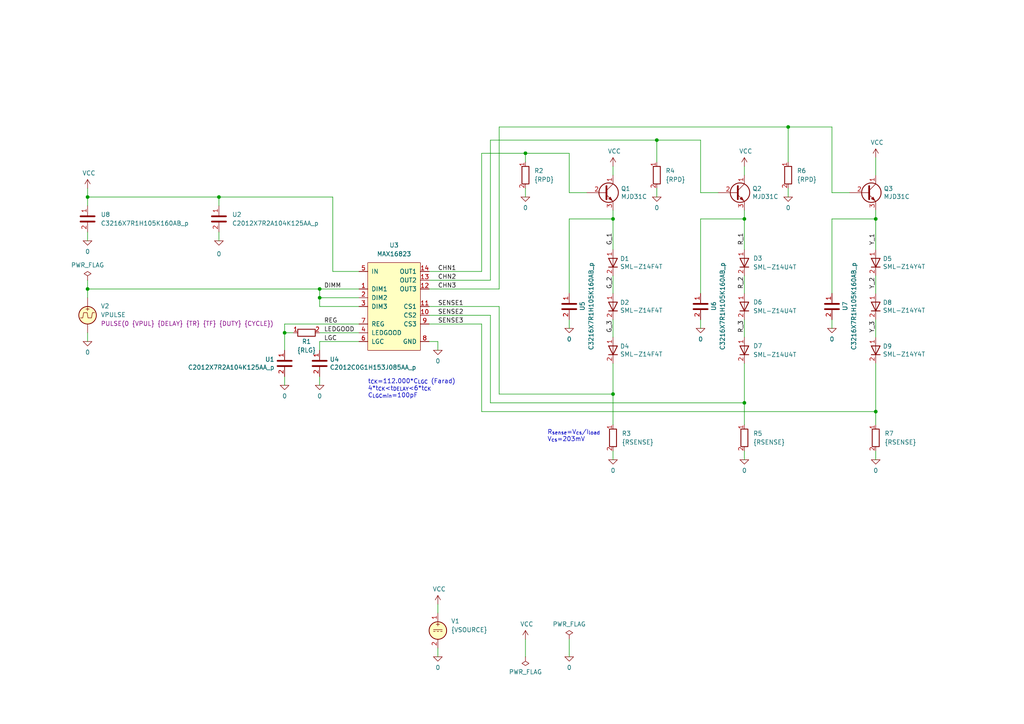
<source format=kicad_sch>
(kicad_sch
	(version 20231120)
	(generator "eeschema")
	(generator_version "8.0")
	(uuid "afdde75c-e334-4a41-841b-7ee996a7fa9f")
	(paper "A4")
	(title_block
		(title "3-channel linear high-brightness led driver.")
		(date "2024-11-12")
		(rev "2")
		(company "astroelectronic@")
		(comment 1 "-")
		(comment 2 "-")
		(comment 3 "-")
		(comment 4 "AE01003823")
	)
	(lib_symbols
		(symbol "C_1"
			(pin_names
				(offset 0.254) hide)
			(exclude_from_sim no)
			(in_bom yes)
			(on_board yes)
			(property "Reference" "C"
				(at 0.635 2.54 0)
				(effects
					(font
						(size 1.27 1.27)
					)
					(justify left)
				)
			)
			(property "Value" "C_1"
				(at 0.635 -2.54 0)
				(effects
					(font
						(size 1.27 1.27)
					)
					(justify left)
				)
			)
			(property "Footprint" ""
				(at 0.9652 -3.81 0)
				(effects
					(font
						(size 1.27 1.27)
					)
					(hide yes)
				)
			)
			(property "Datasheet" "~"
				(at 0 0 0)
				(effects
					(font
						(size 1.27 1.27)
					)
					(hide yes)
				)
			)
			(property "Description" "Unpolarized capacitor"
				(at 0 0 0)
				(effects
					(font
						(size 1.27 1.27)
					)
					(hide yes)
				)
			)
			(property "ki_keywords" "cap capacitor"
				(at 0 0 0)
				(effects
					(font
						(size 1.27 1.27)
					)
					(hide yes)
				)
			)
			(property "ki_fp_filters" "C_*"
				(at 0 0 0)
				(effects
					(font
						(size 1.27 1.27)
					)
					(hide yes)
				)
			)
			(symbol "C_1_0_1"
				(polyline
					(pts
						(xy -2.032 -0.762) (xy 2.032 -0.762)
					)
					(stroke
						(width 0.508)
						(type default)
					)
					(fill
						(type none)
					)
				)
				(polyline
					(pts
						(xy -2.032 0.762) (xy 2.032 0.762)
					)
					(stroke
						(width 0.508)
						(type default)
					)
					(fill
						(type none)
					)
				)
			)
			(symbol "C_1_1_1"
				(pin passive line
					(at 0 3.81 270)
					(length 2.794)
					(name "~"
						(effects
							(font
								(size 1.27 1.27)
							)
						)
					)
					(number "1"
						(effects
							(font
								(size 1.27 1.27)
							)
						)
					)
				)
				(pin passive line
					(at 0 -3.81 90)
					(length 2.794)
					(name "~"
						(effects
							(font
								(size 1.27 1.27)
							)
						)
					)
					(number "2"
						(effects
							(font
								(size 1.27 1.27)
							)
						)
					)
				)
			)
		)
		(symbol "C_2"
			(pin_names
				(offset 0.254) hide)
			(exclude_from_sim no)
			(in_bom yes)
			(on_board yes)
			(property "Reference" "C"
				(at 0.635 2.54 0)
				(effects
					(font
						(size 1.27 1.27)
					)
					(justify left)
				)
			)
			(property "Value" "C_2"
				(at 0.635 -2.54 0)
				(effects
					(font
						(size 1.27 1.27)
					)
					(justify left)
				)
			)
			(property "Footprint" ""
				(at 0.9652 -3.81 0)
				(effects
					(font
						(size 1.27 1.27)
					)
					(hide yes)
				)
			)
			(property "Datasheet" "~"
				(at 0 0 0)
				(effects
					(font
						(size 1.27 1.27)
					)
					(hide yes)
				)
			)
			(property "Description" "Unpolarized capacitor"
				(at 0 0 0)
				(effects
					(font
						(size 1.27 1.27)
					)
					(hide yes)
				)
			)
			(property "ki_keywords" "cap capacitor"
				(at 0 0 0)
				(effects
					(font
						(size 1.27 1.27)
					)
					(hide yes)
				)
			)
			(property "ki_fp_filters" "C_*"
				(at 0 0 0)
				(effects
					(font
						(size 1.27 1.27)
					)
					(hide yes)
				)
			)
			(symbol "C_2_0_1"
				(polyline
					(pts
						(xy -2.032 -0.762) (xy 2.032 -0.762)
					)
					(stroke
						(width 0.508)
						(type default)
					)
					(fill
						(type none)
					)
				)
				(polyline
					(pts
						(xy -2.032 0.762) (xy 2.032 0.762)
					)
					(stroke
						(width 0.508)
						(type default)
					)
					(fill
						(type none)
					)
				)
			)
			(symbol "C_2_1_1"
				(pin passive line
					(at 0 3.81 270)
					(length 2.794)
					(name "~"
						(effects
							(font
								(size 1.27 1.27)
							)
						)
					)
					(number "1"
						(effects
							(font
								(size 1.27 1.27)
							)
						)
					)
				)
				(pin passive line
					(at 0 -3.81 90)
					(length 2.794)
					(name "~"
						(effects
							(font
								(size 1.27 1.27)
							)
						)
					)
					(number "2"
						(effects
							(font
								(size 1.27 1.27)
							)
						)
					)
				)
			)
		)
		(symbol "C_3"
			(pin_names
				(offset 0.254) hide)
			(exclude_from_sim no)
			(in_bom yes)
			(on_board yes)
			(property "Reference" "C"
				(at 0.635 2.54 0)
				(effects
					(font
						(size 1.27 1.27)
					)
					(justify left)
				)
			)
			(property "Value" "C_3"
				(at 0.635 -2.54 0)
				(effects
					(font
						(size 1.27 1.27)
					)
					(justify left)
				)
			)
			(property "Footprint" ""
				(at 0.9652 -3.81 0)
				(effects
					(font
						(size 1.27 1.27)
					)
					(hide yes)
				)
			)
			(property "Datasheet" "~"
				(at 0 0 0)
				(effects
					(font
						(size 1.27 1.27)
					)
					(hide yes)
				)
			)
			(property "Description" "Unpolarized capacitor"
				(at 0 0 0)
				(effects
					(font
						(size 1.27 1.27)
					)
					(hide yes)
				)
			)
			(property "ki_keywords" "cap capacitor"
				(at 0 0 0)
				(effects
					(font
						(size 1.27 1.27)
					)
					(hide yes)
				)
			)
			(property "ki_fp_filters" "C_*"
				(at 0 0 0)
				(effects
					(font
						(size 1.27 1.27)
					)
					(hide yes)
				)
			)
			(symbol "C_3_0_1"
				(polyline
					(pts
						(xy -2.032 -0.762) (xy 2.032 -0.762)
					)
					(stroke
						(width 0.508)
						(type default)
					)
					(fill
						(type none)
					)
				)
				(polyline
					(pts
						(xy -2.032 0.762) (xy 2.032 0.762)
					)
					(stroke
						(width 0.508)
						(type default)
					)
					(fill
						(type none)
					)
				)
			)
			(symbol "C_3_1_1"
				(pin passive line
					(at 0 3.81 270)
					(length 2.794)
					(name "~"
						(effects
							(font
								(size 1.27 1.27)
							)
						)
					)
					(number "1"
						(effects
							(font
								(size 1.27 1.27)
							)
						)
					)
				)
				(pin passive line
					(at 0 -3.81 90)
					(length 2.794)
					(name "~"
						(effects
							(font
								(size 1.27 1.27)
							)
						)
					)
					(number "2"
						(effects
							(font
								(size 1.27 1.27)
							)
						)
					)
				)
			)
		)
		(symbol "C_4"
			(pin_names
				(offset 0.254) hide)
			(exclude_from_sim no)
			(in_bom yes)
			(on_board yes)
			(property "Reference" "C"
				(at 0.635 2.54 0)
				(effects
					(font
						(size 1.27 1.27)
					)
					(justify left)
				)
			)
			(property "Value" "C_4"
				(at 0.635 -2.54 0)
				(effects
					(font
						(size 1.27 1.27)
					)
					(justify left)
				)
			)
			(property "Footprint" ""
				(at 0.9652 -3.81 0)
				(effects
					(font
						(size 1.27 1.27)
					)
					(hide yes)
				)
			)
			(property "Datasheet" "~"
				(at 0 0 0)
				(effects
					(font
						(size 1.27 1.27)
					)
					(hide yes)
				)
			)
			(property "Description" "Unpolarized capacitor"
				(at 0 0 0)
				(effects
					(font
						(size 1.27 1.27)
					)
					(hide yes)
				)
			)
			(property "ki_keywords" "cap capacitor"
				(at 0 0 0)
				(effects
					(font
						(size 1.27 1.27)
					)
					(hide yes)
				)
			)
			(property "ki_fp_filters" "C_*"
				(at 0 0 0)
				(effects
					(font
						(size 1.27 1.27)
					)
					(hide yes)
				)
			)
			(symbol "C_4_0_1"
				(polyline
					(pts
						(xy -2.032 -0.762) (xy 2.032 -0.762)
					)
					(stroke
						(width 0.508)
						(type default)
					)
					(fill
						(type none)
					)
				)
				(polyline
					(pts
						(xy -2.032 0.762) (xy 2.032 0.762)
					)
					(stroke
						(width 0.508)
						(type default)
					)
					(fill
						(type none)
					)
				)
			)
			(symbol "C_4_1_1"
				(pin passive line
					(at 0 3.81 270)
					(length 2.794)
					(name "~"
						(effects
							(font
								(size 1.27 1.27)
							)
						)
					)
					(number "1"
						(effects
							(font
								(size 1.27 1.27)
							)
						)
					)
				)
				(pin passive line
					(at 0 -3.81 90)
					(length 2.794)
					(name "~"
						(effects
							(font
								(size 1.27 1.27)
							)
						)
					)
					(number "2"
						(effects
							(font
								(size 1.27 1.27)
							)
						)
					)
				)
			)
		)
		(symbol "C_5"
			(pin_names
				(offset 0.254) hide)
			(exclude_from_sim no)
			(in_bom yes)
			(on_board yes)
			(property "Reference" "C"
				(at 0.635 2.54 0)
				(effects
					(font
						(size 1.27 1.27)
					)
					(justify left)
				)
			)
			(property "Value" "C_5"
				(at 0.635 -2.54 0)
				(effects
					(font
						(size 1.27 1.27)
					)
					(justify left)
				)
			)
			(property "Footprint" ""
				(at 0.9652 -3.81 0)
				(effects
					(font
						(size 1.27 1.27)
					)
					(hide yes)
				)
			)
			(property "Datasheet" "~"
				(at 0 0 0)
				(effects
					(font
						(size 1.27 1.27)
					)
					(hide yes)
				)
			)
			(property "Description" "Unpolarized capacitor"
				(at 0 0 0)
				(effects
					(font
						(size 1.27 1.27)
					)
					(hide yes)
				)
			)
			(property "ki_keywords" "cap capacitor"
				(at 0 0 0)
				(effects
					(font
						(size 1.27 1.27)
					)
					(hide yes)
				)
			)
			(property "ki_fp_filters" "C_*"
				(at 0 0 0)
				(effects
					(font
						(size 1.27 1.27)
					)
					(hide yes)
				)
			)
			(symbol "C_5_0_1"
				(polyline
					(pts
						(xy -2.032 -0.762) (xy 2.032 -0.762)
					)
					(stroke
						(width 0.508)
						(type default)
					)
					(fill
						(type none)
					)
				)
				(polyline
					(pts
						(xy -2.032 0.762) (xy 2.032 0.762)
					)
					(stroke
						(width 0.508)
						(type default)
					)
					(fill
						(type none)
					)
				)
			)
			(symbol "C_5_1_1"
				(pin passive line
					(at 0 3.81 270)
					(length 2.794)
					(name "~"
						(effects
							(font
								(size 1.27 1.27)
							)
						)
					)
					(number "1"
						(effects
							(font
								(size 1.27 1.27)
							)
						)
					)
				)
				(pin passive line
					(at 0 -3.81 90)
					(length 2.794)
					(name "~"
						(effects
							(font
								(size 1.27 1.27)
							)
						)
					)
					(number "2"
						(effects
							(font
								(size 1.27 1.27)
							)
						)
					)
				)
			)
		)
		(symbol "DIODE_1_1"
			(pin_names
				(offset 1.016) hide)
			(exclude_from_sim no)
			(in_bom yes)
			(on_board yes)
			(property "Reference" "D"
				(at 0 2.54 0)
				(effects
					(font
						(size 1.27 1.27)
					)
				)
			)
			(property "Value" "${SIM.PARAMS}"
				(at 0 -2.54 0)
				(effects
					(font
						(size 1.27 1.27)
					)
				)
			)
			(property "Footprint" ""
				(at 0 0 0)
				(effects
					(font
						(size 1.27 1.27)
					)
					(hide yes)
				)
			)
			(property "Datasheet" "~"
				(at 0 0 0)
				(effects
					(font
						(size 1.27 1.27)
					)
					(hide yes)
				)
			)
			(property "Description" "Diode, anode on pin 1, for simulation only!"
				(at 0 0 0)
				(effects
					(font
						(size 1.27 1.27)
					)
					(hide yes)
				)
			)
			(property "Sim.Pins" "1=1 2=2"
				(at 0 0 0)
				(effects
					(font
						(size 1.27 1.27)
					)
					(hide yes)
				)
			)
			(property "Sim.Device" "SPICE"
				(at 0 0 0)
				(effects
					(font
						(size 1.27 1.27)
					)
					(justify left)
					(hide yes)
				)
			)
			(property "Sim.Params" "type=\"D\" model=\"DIODE_1\" lib=\"\""
				(at 0 0 0)
				(effects
					(font
						(size 1.27 1.27)
					)
					(hide yes)
				)
			)
			(property "Spice_Netlist_Enabled" "Y"
				(at 0 0 0)
				(effects
					(font
						(size 1.27 1.27)
					)
					(justify left)
					(hide yes)
				)
			)
			(property "ki_keywords" "simulation"
				(at 0 0 0)
				(effects
					(font
						(size 1.27 1.27)
					)
					(hide yes)
				)
			)
			(symbol "DIODE_1_1_0_1"
				(polyline
					(pts
						(xy 1.27 0) (xy -1.27 0)
					)
					(stroke
						(width 0)
						(type default)
					)
					(fill
						(type none)
					)
				)
				(polyline
					(pts
						(xy 1.27 1.27) (xy 1.27 -1.27)
					)
					(stroke
						(width 0.254)
						(type default)
					)
					(fill
						(type none)
					)
				)
				(polyline
					(pts
						(xy -1.27 -1.27) (xy -1.27 1.27) (xy 1.27 0) (xy -1.27 -1.27)
					)
					(stroke
						(width 0.254)
						(type default)
					)
					(fill
						(type none)
					)
				)
			)
			(symbol "DIODE_1_1_1_1"
				(pin passive line
					(at -3.81 0 0)
					(length 2.54)
					(name "A"
						(effects
							(font
								(size 1.27 1.27)
							)
						)
					)
					(number "1"
						(effects
							(font
								(size 1.27 1.27)
							)
						)
					)
				)
				(pin passive line
					(at 3.81 0 180)
					(length 2.54)
					(name "K"
						(effects
							(font
								(size 1.27 1.27)
							)
						)
					)
					(number "2"
						(effects
							(font
								(size 1.27 1.27)
							)
						)
					)
				)
			)
		)
		(symbol "DIODE_1_2"
			(pin_names
				(offset 1.016) hide)
			(exclude_from_sim no)
			(in_bom yes)
			(on_board yes)
			(property "Reference" "D"
				(at 0 2.54 0)
				(effects
					(font
						(size 1.27 1.27)
					)
				)
			)
			(property "Value" "${SIM.PARAMS}"
				(at 0 -2.54 0)
				(effects
					(font
						(size 1.27 1.27)
					)
				)
			)
			(property "Footprint" ""
				(at 0 0 0)
				(effects
					(font
						(size 1.27 1.27)
					)
					(hide yes)
				)
			)
			(property "Datasheet" "~"
				(at 0 0 0)
				(effects
					(font
						(size 1.27 1.27)
					)
					(hide yes)
				)
			)
			(property "Description" "Diode, anode on pin 1, for simulation only!"
				(at 0 0 0)
				(effects
					(font
						(size 1.27 1.27)
					)
					(hide yes)
				)
			)
			(property "Sim.Pins" "1=1 2=2"
				(at 0 0 0)
				(effects
					(font
						(size 1.27 1.27)
					)
					(hide yes)
				)
			)
			(property "Sim.Device" "SPICE"
				(at 0 0 0)
				(effects
					(font
						(size 1.27 1.27)
					)
					(justify left)
					(hide yes)
				)
			)
			(property "Sim.Params" "type=\"D\" model=\"DIODE_1\" lib=\"\""
				(at 0 0 0)
				(effects
					(font
						(size 1.27 1.27)
					)
					(hide yes)
				)
			)
			(property "Spice_Netlist_Enabled" "Y"
				(at 0 0 0)
				(effects
					(font
						(size 1.27 1.27)
					)
					(justify left)
					(hide yes)
				)
			)
			(property "ki_keywords" "simulation"
				(at 0 0 0)
				(effects
					(font
						(size 1.27 1.27)
					)
					(hide yes)
				)
			)
			(symbol "DIODE_1_2_0_1"
				(polyline
					(pts
						(xy 1.27 0) (xy -1.27 0)
					)
					(stroke
						(width 0)
						(type default)
					)
					(fill
						(type none)
					)
				)
				(polyline
					(pts
						(xy 1.27 1.27) (xy 1.27 -1.27)
					)
					(stroke
						(width 0.254)
						(type default)
					)
					(fill
						(type none)
					)
				)
				(polyline
					(pts
						(xy -1.27 -1.27) (xy -1.27 1.27) (xy 1.27 0) (xy -1.27 -1.27)
					)
					(stroke
						(width 0.254)
						(type default)
					)
					(fill
						(type none)
					)
				)
			)
			(symbol "DIODE_1_2_1_1"
				(pin passive line
					(at -3.81 0 0)
					(length 2.54)
					(name "A"
						(effects
							(font
								(size 1.27 1.27)
							)
						)
					)
					(number "1"
						(effects
							(font
								(size 1.27 1.27)
							)
						)
					)
				)
				(pin passive line
					(at 3.81 0 180)
					(length 2.54)
					(name "K"
						(effects
							(font
								(size 1.27 1.27)
							)
						)
					)
					(number "2"
						(effects
							(font
								(size 1.27 1.27)
							)
						)
					)
				)
			)
		)
		(symbol "DIODE_1_3"
			(pin_names
				(offset 1.016) hide)
			(exclude_from_sim no)
			(in_bom yes)
			(on_board yes)
			(property "Reference" "D"
				(at 0 2.54 0)
				(effects
					(font
						(size 1.27 1.27)
					)
				)
			)
			(property "Value" "${SIM.PARAMS}"
				(at 0 -2.54 0)
				(effects
					(font
						(size 1.27 1.27)
					)
				)
			)
			(property "Footprint" ""
				(at 0 0 0)
				(effects
					(font
						(size 1.27 1.27)
					)
					(hide yes)
				)
			)
			(property "Datasheet" "~"
				(at 0 0 0)
				(effects
					(font
						(size 1.27 1.27)
					)
					(hide yes)
				)
			)
			(property "Description" "Diode, anode on pin 1, for simulation only!"
				(at 0 0 0)
				(effects
					(font
						(size 1.27 1.27)
					)
					(hide yes)
				)
			)
			(property "Sim.Pins" "1=1 2=2"
				(at 0 0 0)
				(effects
					(font
						(size 1.27 1.27)
					)
					(hide yes)
				)
			)
			(property "Sim.Device" "SPICE"
				(at 0 0 0)
				(effects
					(font
						(size 1.27 1.27)
					)
					(justify left)
					(hide yes)
				)
			)
			(property "Sim.Params" "type=\"D\" model=\"DIODE_1\" lib=\"\""
				(at 0 0 0)
				(effects
					(font
						(size 1.27 1.27)
					)
					(hide yes)
				)
			)
			(property "Spice_Netlist_Enabled" "Y"
				(at 0 0 0)
				(effects
					(font
						(size 1.27 1.27)
					)
					(justify left)
					(hide yes)
				)
			)
			(property "ki_keywords" "simulation"
				(at 0 0 0)
				(effects
					(font
						(size 1.27 1.27)
					)
					(hide yes)
				)
			)
			(symbol "DIODE_1_3_0_1"
				(polyline
					(pts
						(xy 1.27 0) (xy -1.27 0)
					)
					(stroke
						(width 0)
						(type default)
					)
					(fill
						(type none)
					)
				)
				(polyline
					(pts
						(xy 1.27 1.27) (xy 1.27 -1.27)
					)
					(stroke
						(width 0.254)
						(type default)
					)
					(fill
						(type none)
					)
				)
				(polyline
					(pts
						(xy -1.27 -1.27) (xy -1.27 1.27) (xy 1.27 0) (xy -1.27 -1.27)
					)
					(stroke
						(width 0.254)
						(type default)
					)
					(fill
						(type none)
					)
				)
			)
			(symbol "DIODE_1_3_1_1"
				(pin passive line
					(at -3.81 0 0)
					(length 2.54)
					(name "A"
						(effects
							(font
								(size 1.27 1.27)
							)
						)
					)
					(number "1"
						(effects
							(font
								(size 1.27 1.27)
							)
						)
					)
				)
				(pin passive line
					(at 3.81 0 180)
					(length 2.54)
					(name "K"
						(effects
							(font
								(size 1.27 1.27)
							)
						)
					)
					(number "2"
						(effects
							(font
								(size 1.27 1.27)
							)
						)
					)
				)
			)
		)
		(symbol "DIODE_4_1"
			(pin_names
				(offset 1.016) hide)
			(exclude_from_sim no)
			(in_bom yes)
			(on_board yes)
			(property "Reference" "D"
				(at 0 2.54 0)
				(effects
					(font
						(size 1.27 1.27)
					)
				)
			)
			(property "Value" "${SIM.PARAMS}"
				(at 0 -2.54 0)
				(effects
					(font
						(size 1.27 1.27)
					)
				)
			)
			(property "Footprint" ""
				(at 0 0 0)
				(effects
					(font
						(size 1.27 1.27)
					)
					(hide yes)
				)
			)
			(property "Datasheet" "~"
				(at 0 0 0)
				(effects
					(font
						(size 1.27 1.27)
					)
					(hide yes)
				)
			)
			(property "Description" "Diode, anode on pin 1, for simulation only!"
				(at 0 0 0)
				(effects
					(font
						(size 1.27 1.27)
					)
					(hide yes)
				)
			)
			(property "Sim.Pins" "1=1 2=2"
				(at 0 0 0)
				(effects
					(font
						(size 1.27 1.27)
					)
					(hide yes)
				)
			)
			(property "Sim.Device" "SPICE"
				(at 0 0 0)
				(effects
					(font
						(size 1.27 1.27)
					)
					(justify left)
					(hide yes)
				)
			)
			(property "Sim.Params" "type=\"D\" model=\"DIODE_4\" lib=\"\""
				(at 0 0 0)
				(effects
					(font
						(size 1.27 1.27)
					)
					(hide yes)
				)
			)
			(property "Spice_Netlist_Enabled" "Y"
				(at 0 0 0)
				(effects
					(font
						(size 1.27 1.27)
					)
					(justify left)
					(hide yes)
				)
			)
			(property "ki_keywords" "simulation"
				(at 0 0 0)
				(effects
					(font
						(size 1.27 1.27)
					)
					(hide yes)
				)
			)
			(symbol "DIODE_4_1_0_1"
				(polyline
					(pts
						(xy 1.27 0) (xy -1.27 0)
					)
					(stroke
						(width 0)
						(type default)
					)
					(fill
						(type none)
					)
				)
				(polyline
					(pts
						(xy 1.27 1.27) (xy 1.27 -1.27)
					)
					(stroke
						(width 0.254)
						(type default)
					)
					(fill
						(type none)
					)
				)
				(polyline
					(pts
						(xy -1.27 -1.27) (xy -1.27 1.27) (xy 1.27 0) (xy -1.27 -1.27)
					)
					(stroke
						(width 0.254)
						(type default)
					)
					(fill
						(type none)
					)
				)
			)
			(symbol "DIODE_4_1_1_1"
				(pin passive line
					(at -3.81 0 0)
					(length 2.54)
					(name "A"
						(effects
							(font
								(size 1.27 1.27)
							)
						)
					)
					(number "1"
						(effects
							(font
								(size 1.27 1.27)
							)
						)
					)
				)
				(pin passive line
					(at 3.81 0 180)
					(length 2.54)
					(name "K"
						(effects
							(font
								(size 1.27 1.27)
							)
						)
					)
					(number "2"
						(effects
							(font
								(size 1.27 1.27)
							)
						)
					)
				)
			)
		)
		(symbol "DIODE_4_2"
			(pin_names
				(offset 1.016) hide)
			(exclude_from_sim no)
			(in_bom yes)
			(on_board yes)
			(property "Reference" "D"
				(at 0 2.54 0)
				(effects
					(font
						(size 1.27 1.27)
					)
				)
			)
			(property "Value" "${SIM.PARAMS}"
				(at 0 -2.54 0)
				(effects
					(font
						(size 1.27 1.27)
					)
				)
			)
			(property "Footprint" ""
				(at 0 0 0)
				(effects
					(font
						(size 1.27 1.27)
					)
					(hide yes)
				)
			)
			(property "Datasheet" "~"
				(at 0 0 0)
				(effects
					(font
						(size 1.27 1.27)
					)
					(hide yes)
				)
			)
			(property "Description" "Diode, anode on pin 1, for simulation only!"
				(at 0 0 0)
				(effects
					(font
						(size 1.27 1.27)
					)
					(hide yes)
				)
			)
			(property "Sim.Pins" "1=1 2=2"
				(at 0 0 0)
				(effects
					(font
						(size 1.27 1.27)
					)
					(hide yes)
				)
			)
			(property "Sim.Device" "SPICE"
				(at 0 0 0)
				(effects
					(font
						(size 1.27 1.27)
					)
					(justify left)
					(hide yes)
				)
			)
			(property "Sim.Params" "type=\"D\" model=\"DIODE_4\" lib=\"\""
				(at 0 0 0)
				(effects
					(font
						(size 1.27 1.27)
					)
					(hide yes)
				)
			)
			(property "Spice_Netlist_Enabled" "Y"
				(at 0 0 0)
				(effects
					(font
						(size 1.27 1.27)
					)
					(justify left)
					(hide yes)
				)
			)
			(property "ki_keywords" "simulation"
				(at 0 0 0)
				(effects
					(font
						(size 1.27 1.27)
					)
					(hide yes)
				)
			)
			(symbol "DIODE_4_2_0_1"
				(polyline
					(pts
						(xy 1.27 0) (xy -1.27 0)
					)
					(stroke
						(width 0)
						(type default)
					)
					(fill
						(type none)
					)
				)
				(polyline
					(pts
						(xy 1.27 1.27) (xy 1.27 -1.27)
					)
					(stroke
						(width 0.254)
						(type default)
					)
					(fill
						(type none)
					)
				)
				(polyline
					(pts
						(xy -1.27 -1.27) (xy -1.27 1.27) (xy 1.27 0) (xy -1.27 -1.27)
					)
					(stroke
						(width 0.254)
						(type default)
					)
					(fill
						(type none)
					)
				)
			)
			(symbol "DIODE_4_2_1_1"
				(pin passive line
					(at -3.81 0 0)
					(length 2.54)
					(name "A"
						(effects
							(font
								(size 1.27 1.27)
							)
						)
					)
					(number "1"
						(effects
							(font
								(size 1.27 1.27)
							)
						)
					)
				)
				(pin passive line
					(at 3.81 0 180)
					(length 2.54)
					(name "K"
						(effects
							(font
								(size 1.27 1.27)
							)
						)
					)
					(number "2"
						(effects
							(font
								(size 1.27 1.27)
							)
						)
					)
				)
			)
		)
		(symbol "DIODE_4_3"
			(pin_names
				(offset 1.016) hide)
			(exclude_from_sim no)
			(in_bom yes)
			(on_board yes)
			(property "Reference" "D"
				(at 0 2.54 0)
				(effects
					(font
						(size 1.27 1.27)
					)
				)
			)
			(property "Value" "${SIM.PARAMS}"
				(at 0 -2.54 0)
				(effects
					(font
						(size 1.27 1.27)
					)
				)
			)
			(property "Footprint" ""
				(at 0 0 0)
				(effects
					(font
						(size 1.27 1.27)
					)
					(hide yes)
				)
			)
			(property "Datasheet" "~"
				(at 0 0 0)
				(effects
					(font
						(size 1.27 1.27)
					)
					(hide yes)
				)
			)
			(property "Description" "Diode, anode on pin 1, for simulation only!"
				(at 0 0 0)
				(effects
					(font
						(size 1.27 1.27)
					)
					(hide yes)
				)
			)
			(property "Sim.Pins" "1=1 2=2"
				(at 0 0 0)
				(effects
					(font
						(size 1.27 1.27)
					)
					(hide yes)
				)
			)
			(property "Sim.Device" "SPICE"
				(at 0 0 0)
				(effects
					(font
						(size 1.27 1.27)
					)
					(justify left)
					(hide yes)
				)
			)
			(property "Sim.Params" "type=\"D\" model=\"DIODE_4\" lib=\"\""
				(at 0 0 0)
				(effects
					(font
						(size 1.27 1.27)
					)
					(hide yes)
				)
			)
			(property "Spice_Netlist_Enabled" "Y"
				(at 0 0 0)
				(effects
					(font
						(size 1.27 1.27)
					)
					(justify left)
					(hide yes)
				)
			)
			(property "ki_keywords" "simulation"
				(at 0 0 0)
				(effects
					(font
						(size 1.27 1.27)
					)
					(hide yes)
				)
			)
			(symbol "DIODE_4_3_0_1"
				(polyline
					(pts
						(xy 1.27 0) (xy -1.27 0)
					)
					(stroke
						(width 0)
						(type default)
					)
					(fill
						(type none)
					)
				)
				(polyline
					(pts
						(xy 1.27 1.27) (xy 1.27 -1.27)
					)
					(stroke
						(width 0.254)
						(type default)
					)
					(fill
						(type none)
					)
				)
				(polyline
					(pts
						(xy -1.27 -1.27) (xy -1.27 1.27) (xy 1.27 0) (xy -1.27 -1.27)
					)
					(stroke
						(width 0.254)
						(type default)
					)
					(fill
						(type none)
					)
				)
			)
			(symbol "DIODE_4_3_1_1"
				(pin passive line
					(at -3.81 0 0)
					(length 2.54)
					(name "A"
						(effects
							(font
								(size 1.27 1.27)
							)
						)
					)
					(number "1"
						(effects
							(font
								(size 1.27 1.27)
							)
						)
					)
				)
				(pin passive line
					(at 3.81 0 180)
					(length 2.54)
					(name "K"
						(effects
							(font
								(size 1.27 1.27)
							)
						)
					)
					(number "2"
						(effects
							(font
								(size 1.27 1.27)
							)
						)
					)
				)
			)
		)
		(symbol "DIODE_7_1"
			(pin_names
				(offset 1.016) hide)
			(exclude_from_sim no)
			(in_bom yes)
			(on_board yes)
			(property "Reference" "D"
				(at 0 2.54 0)
				(effects
					(font
						(size 1.27 1.27)
					)
				)
			)
			(property "Value" "${SIM.PARAMS}"
				(at 0 -2.54 0)
				(effects
					(font
						(size 1.27 1.27)
					)
				)
			)
			(property "Footprint" ""
				(at 0 0 0)
				(effects
					(font
						(size 1.27 1.27)
					)
					(hide yes)
				)
			)
			(property "Datasheet" "~"
				(at 0 0 0)
				(effects
					(font
						(size 1.27 1.27)
					)
					(hide yes)
				)
			)
			(property "Description" "Diode, anode on pin 1, for simulation only!"
				(at 0 0 0)
				(effects
					(font
						(size 1.27 1.27)
					)
					(hide yes)
				)
			)
			(property "Sim.Pins" "1=1 2=2"
				(at 0 0 0)
				(effects
					(font
						(size 1.27 1.27)
					)
					(hide yes)
				)
			)
			(property "Sim.Device" "SPICE"
				(at 0 0 0)
				(effects
					(font
						(size 1.27 1.27)
					)
					(justify left)
					(hide yes)
				)
			)
			(property "Sim.Params" "type=\"D\" model=\"DIODE_7\" lib=\"\""
				(at 0 0 0)
				(effects
					(font
						(size 1.27 1.27)
					)
					(hide yes)
				)
			)
			(property "Spice_Netlist_Enabled" "Y"
				(at 0 0 0)
				(effects
					(font
						(size 1.27 1.27)
					)
					(justify left)
					(hide yes)
				)
			)
			(property "ki_keywords" "simulation"
				(at 0 0 0)
				(effects
					(font
						(size 1.27 1.27)
					)
					(hide yes)
				)
			)
			(symbol "DIODE_7_1_0_1"
				(polyline
					(pts
						(xy 1.27 0) (xy -1.27 0)
					)
					(stroke
						(width 0)
						(type default)
					)
					(fill
						(type none)
					)
				)
				(polyline
					(pts
						(xy 1.27 1.27) (xy 1.27 -1.27)
					)
					(stroke
						(width 0.254)
						(type default)
					)
					(fill
						(type none)
					)
				)
				(polyline
					(pts
						(xy -1.27 -1.27) (xy -1.27 1.27) (xy 1.27 0) (xy -1.27 -1.27)
					)
					(stroke
						(width 0.254)
						(type default)
					)
					(fill
						(type none)
					)
				)
			)
			(symbol "DIODE_7_1_1_1"
				(pin passive line
					(at -3.81 0 0)
					(length 2.54)
					(name "A"
						(effects
							(font
								(size 1.27 1.27)
							)
						)
					)
					(number "1"
						(effects
							(font
								(size 1.27 1.27)
							)
						)
					)
				)
				(pin passive line
					(at 3.81 0 180)
					(length 2.54)
					(name "K"
						(effects
							(font
								(size 1.27 1.27)
							)
						)
					)
					(number "2"
						(effects
							(font
								(size 1.27 1.27)
							)
						)
					)
				)
			)
		)
		(symbol "DIODE_7_2"
			(pin_names
				(offset 1.016) hide)
			(exclude_from_sim no)
			(in_bom yes)
			(on_board yes)
			(property "Reference" "D"
				(at 0 2.54 0)
				(effects
					(font
						(size 1.27 1.27)
					)
				)
			)
			(property "Value" "${SIM.PARAMS}"
				(at 0 -2.54 0)
				(effects
					(font
						(size 1.27 1.27)
					)
				)
			)
			(property "Footprint" ""
				(at 0 0 0)
				(effects
					(font
						(size 1.27 1.27)
					)
					(hide yes)
				)
			)
			(property "Datasheet" "~"
				(at 0 0 0)
				(effects
					(font
						(size 1.27 1.27)
					)
					(hide yes)
				)
			)
			(property "Description" "Diode, anode on pin 1, for simulation only!"
				(at 0 0 0)
				(effects
					(font
						(size 1.27 1.27)
					)
					(hide yes)
				)
			)
			(property "Sim.Pins" "1=1 2=2"
				(at 0 0 0)
				(effects
					(font
						(size 1.27 1.27)
					)
					(hide yes)
				)
			)
			(property "Sim.Device" "SPICE"
				(at 0 0 0)
				(effects
					(font
						(size 1.27 1.27)
					)
					(justify left)
					(hide yes)
				)
			)
			(property "Sim.Params" "type=\"D\" model=\"DIODE_7\" lib=\"\""
				(at 0 0 0)
				(effects
					(font
						(size 1.27 1.27)
					)
					(hide yes)
				)
			)
			(property "Spice_Netlist_Enabled" "Y"
				(at 0 0 0)
				(effects
					(font
						(size 1.27 1.27)
					)
					(justify left)
					(hide yes)
				)
			)
			(property "ki_keywords" "simulation"
				(at 0 0 0)
				(effects
					(font
						(size 1.27 1.27)
					)
					(hide yes)
				)
			)
			(symbol "DIODE_7_2_0_1"
				(polyline
					(pts
						(xy 1.27 0) (xy -1.27 0)
					)
					(stroke
						(width 0)
						(type default)
					)
					(fill
						(type none)
					)
				)
				(polyline
					(pts
						(xy 1.27 1.27) (xy 1.27 -1.27)
					)
					(stroke
						(width 0.254)
						(type default)
					)
					(fill
						(type none)
					)
				)
				(polyline
					(pts
						(xy -1.27 -1.27) (xy -1.27 1.27) (xy 1.27 0) (xy -1.27 -1.27)
					)
					(stroke
						(width 0.254)
						(type default)
					)
					(fill
						(type none)
					)
				)
			)
			(symbol "DIODE_7_2_1_1"
				(pin passive line
					(at -3.81 0 0)
					(length 2.54)
					(name "A"
						(effects
							(font
								(size 1.27 1.27)
							)
						)
					)
					(number "1"
						(effects
							(font
								(size 1.27 1.27)
							)
						)
					)
				)
				(pin passive line
					(at 3.81 0 180)
					(length 2.54)
					(name "K"
						(effects
							(font
								(size 1.27 1.27)
							)
						)
					)
					(number "2"
						(effects
							(font
								(size 1.27 1.27)
							)
						)
					)
				)
			)
		)
		(symbol "DIODE_7_3"
			(pin_names
				(offset 1.016) hide)
			(exclude_from_sim no)
			(in_bom yes)
			(on_board yes)
			(property "Reference" "D"
				(at 0 2.54 0)
				(effects
					(font
						(size 1.27 1.27)
					)
				)
			)
			(property "Value" "${SIM.PARAMS}"
				(at 0 -2.54 0)
				(effects
					(font
						(size 1.27 1.27)
					)
				)
			)
			(property "Footprint" ""
				(at 0 0 0)
				(effects
					(font
						(size 1.27 1.27)
					)
					(hide yes)
				)
			)
			(property "Datasheet" "~"
				(at 0 0 0)
				(effects
					(font
						(size 1.27 1.27)
					)
					(hide yes)
				)
			)
			(property "Description" "Diode, anode on pin 1, for simulation only!"
				(at 0 0 0)
				(effects
					(font
						(size 1.27 1.27)
					)
					(hide yes)
				)
			)
			(property "Sim.Pins" "1=1 2=2"
				(at 0 0 0)
				(effects
					(font
						(size 1.27 1.27)
					)
					(hide yes)
				)
			)
			(property "Sim.Device" "SPICE"
				(at 0 0 0)
				(effects
					(font
						(size 1.27 1.27)
					)
					(justify left)
					(hide yes)
				)
			)
			(property "Sim.Params" "type=\"D\" model=\"DIODE_7\" lib=\"\""
				(at 0 0 0)
				(effects
					(font
						(size 1.27 1.27)
					)
					(hide yes)
				)
			)
			(property "Spice_Netlist_Enabled" "Y"
				(at 0 0 0)
				(effects
					(font
						(size 1.27 1.27)
					)
					(justify left)
					(hide yes)
				)
			)
			(property "ki_keywords" "simulation"
				(at 0 0 0)
				(effects
					(font
						(size 1.27 1.27)
					)
					(hide yes)
				)
			)
			(symbol "DIODE_7_3_0_1"
				(polyline
					(pts
						(xy 1.27 0) (xy -1.27 0)
					)
					(stroke
						(width 0)
						(type default)
					)
					(fill
						(type none)
					)
				)
				(polyline
					(pts
						(xy 1.27 1.27) (xy 1.27 -1.27)
					)
					(stroke
						(width 0.254)
						(type default)
					)
					(fill
						(type none)
					)
				)
				(polyline
					(pts
						(xy -1.27 -1.27) (xy -1.27 1.27) (xy 1.27 0) (xy -1.27 -1.27)
					)
					(stroke
						(width 0.254)
						(type default)
					)
					(fill
						(type none)
					)
				)
			)
			(symbol "DIODE_7_3_1_1"
				(pin passive line
					(at -3.81 0 0)
					(length 2.54)
					(name "A"
						(effects
							(font
								(size 1.27 1.27)
							)
						)
					)
					(number "1"
						(effects
							(font
								(size 1.27 1.27)
							)
						)
					)
				)
				(pin passive line
					(at 3.81 0 180)
					(length 2.54)
					(name "K"
						(effects
							(font
								(size 1.27 1.27)
							)
						)
					)
					(number "2"
						(effects
							(font
								(size 1.27 1.27)
							)
						)
					)
				)
			)
		)
		(symbol "MAX16823:0"
			(power)
			(pin_names
				(offset 0)
			)
			(exclude_from_sim no)
			(in_bom yes)
			(on_board yes)
			(property "Reference" "#GND"
				(at 0 -2.54 0)
				(effects
					(font
						(size 1.27 1.27)
					)
					(hide yes)
				)
			)
			(property "Value" "0"
				(at 0 -1.778 0)
				(effects
					(font
						(size 1.27 1.27)
					)
				)
			)
			(property "Footprint" ""
				(at 0 0 0)
				(effects
					(font
						(size 1.27 1.27)
					)
					(hide yes)
				)
			)
			(property "Datasheet" "~"
				(at 0 0 0)
				(effects
					(font
						(size 1.27 1.27)
					)
					(hide yes)
				)
			)
			(property "Description" "0V reference potential for simulation"
				(at 0 0 0)
				(effects
					(font
						(size 1.27 1.27)
					)
					(hide yes)
				)
			)
			(property "ki_keywords" "simulation"
				(at 0 0 0)
				(effects
					(font
						(size 1.27 1.27)
					)
					(hide yes)
				)
			)
			(symbol "0_0_1"
				(polyline
					(pts
						(xy -1.27 0) (xy 0 -1.27) (xy 1.27 0) (xy -1.27 0)
					)
					(stroke
						(width 0)
						(type default)
					)
					(fill
						(type none)
					)
				)
			)
			(symbol "0_1_1"
				(pin power_in line
					(at 0 0 0)
					(length 0) hide
					(name "0"
						(effects
							(font
								(size 1.016 1.016)
							)
						)
					)
					(number "1"
						(effects
							(font
								(size 1.016 1.016)
							)
						)
					)
				)
			)
		)
		(symbol "MAX16823:MAX16823"
			(pin_names
				(offset 1.016)
			)
			(exclude_from_sim no)
			(in_bom yes)
			(on_board yes)
			(property "Reference" "U"
				(at -7.62 -15.24 0)
				(effects
					(font
						(size 1.27 1.27)
					)
					(justify left bottom)
				)
			)
			(property "Value" "MAX16823"
				(at -7.62 -17.78 0)
				(effects
					(font
						(size 1.27 1.27)
					)
					(justify left bottom)
				)
			)
			(property "Footprint" ""
				(at -7.62 -20.32 0)
				(effects
					(font
						(size 1.27 1.27)
					)
					(justify left bottom)
					(hide yes)
				)
			)
			(property "Datasheet" "https://www.analog.com/media/en/technical-documentation/data-sheets/MAX16823.pdf"
				(at 0 0 0)
				(effects
					(font
						(size 1.27 1.27)
					)
					(hide yes)
				)
			)
			(property "Description" "High-Voltage, 3-Channel Linear High-Brightness\nLED Driver with Open LED Detection"
				(at 0 0 0)
				(effects
					(font
						(size 1.27 1.27)
					)
					(hide yes)
				)
			)
			(property "ki_keywords" "simmodel"
				(at 0 0 0)
				(effects
					(font
						(size 1.27 1.27)
					)
					(hide yes)
				)
			)
			(symbol "MAX16823_0_1"
				(rectangle
					(start -7.62 12.7)
					(end 7.62 -12.7)
					(stroke
						(width 0)
						(type default)
					)
					(fill
						(type background)
					)
				)
			)
			(symbol "MAX16823_1_1"
				(pin passive line
					(at -10.16 5.08 0)
					(length 2.54)
					(name "DIM1"
						(effects
							(font
								(size 1.27 1.27)
							)
						)
					)
					(number "1"
						(effects
							(font
								(size 1.27 1.27)
							)
						)
					)
				)
				(pin passive line
					(at 10.16 -2.54 180)
					(length 2.54)
					(name "CS2"
						(effects
							(font
								(size 1.27 1.27)
							)
						)
					)
					(number "10"
						(effects
							(font
								(size 1.27 1.27)
							)
						)
					)
				)
				(pin passive line
					(at 10.16 0 180)
					(length 2.54)
					(name "CS1"
						(effects
							(font
								(size 1.27 1.27)
							)
						)
					)
					(number "11"
						(effects
							(font
								(size 1.27 1.27)
							)
						)
					)
				)
				(pin passive line
					(at 10.16 5.08 180)
					(length 2.54)
					(name "OUT3"
						(effects
							(font
								(size 1.27 1.27)
							)
						)
					)
					(number "12"
						(effects
							(font
								(size 1.27 1.27)
							)
						)
					)
				)
				(pin passive line
					(at 10.16 7.62 180)
					(length 2.54)
					(name "OUT2"
						(effects
							(font
								(size 1.27 1.27)
							)
						)
					)
					(number "13"
						(effects
							(font
								(size 1.27 1.27)
							)
						)
					)
				)
				(pin passive line
					(at 10.16 10.16 180)
					(length 2.54)
					(name "OUT1"
						(effects
							(font
								(size 1.27 1.27)
							)
						)
					)
					(number "14"
						(effects
							(font
								(size 1.27 1.27)
							)
						)
					)
				)
				(pin passive line
					(at -10.16 2.54 0)
					(length 2.54)
					(name "DIM2"
						(effects
							(font
								(size 1.27 1.27)
							)
						)
					)
					(number "2"
						(effects
							(font
								(size 1.27 1.27)
							)
						)
					)
				)
				(pin passive line
					(at -10.16 0 0)
					(length 2.54)
					(name "DIM3"
						(effects
							(font
								(size 1.27 1.27)
							)
						)
					)
					(number "3"
						(effects
							(font
								(size 1.27 1.27)
							)
						)
					)
				)
				(pin passive line
					(at -10.16 -7.62 0)
					(length 2.54)
					(name "LEDGOOD"
						(effects
							(font
								(size 1.27 1.27)
							)
						)
					)
					(number "4"
						(effects
							(font
								(size 1.27 1.27)
							)
						)
					)
				)
				(pin passive line
					(at -10.16 10.16 0)
					(length 2.54)
					(name "IN"
						(effects
							(font
								(size 1.27 1.27)
							)
						)
					)
					(number "5"
						(effects
							(font
								(size 1.27 1.27)
							)
						)
					)
				)
				(pin passive line
					(at -10.16 -10.16 0)
					(length 2.54)
					(name "LGC"
						(effects
							(font
								(size 1.27 1.27)
							)
						)
					)
					(number "6"
						(effects
							(font
								(size 1.27 1.27)
							)
						)
					)
				)
				(pin passive line
					(at -10.16 -5.08 0)
					(length 2.54)
					(name "REG"
						(effects
							(font
								(size 1.27 1.27)
							)
						)
					)
					(number "7"
						(effects
							(font
								(size 1.27 1.27)
							)
						)
					)
				)
				(pin passive line
					(at 10.16 -10.16 180)
					(length 2.54)
					(name "GND"
						(effects
							(font
								(size 1.27 1.27)
							)
						)
					)
					(number "8"
						(effects
							(font
								(size 1.27 1.27)
							)
						)
					)
				)
				(pin passive line
					(at 10.16 -5.08 180)
					(length 2.54)
					(name "CS3"
						(effects
							(font
								(size 1.27 1.27)
							)
						)
					)
					(number "9"
						(effects
							(font
								(size 1.27 1.27)
							)
						)
					)
				)
			)
		)
		(symbol "MAX16823:PWR_FLAG"
			(power)
			(pin_numbers hide)
			(pin_names
				(offset 0) hide)
			(exclude_from_sim no)
			(in_bom yes)
			(on_board yes)
			(property "Reference" "#FLG"
				(at 0 1.905 0)
				(effects
					(font
						(size 1.27 1.27)
					)
					(hide yes)
				)
			)
			(property "Value" "PWR_FLAG"
				(at 0 3.81 0)
				(effects
					(font
						(size 1.27 1.27)
					)
				)
			)
			(property "Footprint" ""
				(at 0 0 0)
				(effects
					(font
						(size 1.27 1.27)
					)
					(hide yes)
				)
			)
			(property "Datasheet" "~"
				(at 0 0 0)
				(effects
					(font
						(size 1.27 1.27)
					)
					(hide yes)
				)
			)
			(property "Description" "Special symbol for telling ERC where power comes from"
				(at 0 0 0)
				(effects
					(font
						(size 1.27 1.27)
					)
					(hide yes)
				)
			)
			(property "ki_keywords" "flag power"
				(at 0 0 0)
				(effects
					(font
						(size 1.27 1.27)
					)
					(hide yes)
				)
			)
			(symbol "PWR_FLAG_0_0"
				(pin power_out line
					(at 0 0 90)
					(length 0)
					(name "pwr"
						(effects
							(font
								(size 1.27 1.27)
							)
						)
					)
					(number "1"
						(effects
							(font
								(size 1.27 1.27)
							)
						)
					)
				)
			)
			(symbol "PWR_FLAG_0_1"
				(polyline
					(pts
						(xy 0 0) (xy 0 1.27) (xy -1.016 1.905) (xy 0 2.54) (xy 1.016 1.905) (xy 0 1.27)
					)
					(stroke
						(width 0)
						(type default)
					)
					(fill
						(type none)
					)
				)
			)
		)
		(symbol "MAX16823:Q_NPN_CBE"
			(pin_names
				(offset 0) hide)
			(exclude_from_sim no)
			(in_bom yes)
			(on_board yes)
			(property "Reference" "Q"
				(at 5.08 1.27 0)
				(effects
					(font
						(size 1.27 1.27)
					)
					(justify left)
				)
			)
			(property "Value" "Q_NPN_CBE"
				(at 5.08 -1.27 0)
				(effects
					(font
						(size 1.27 1.27)
					)
					(justify left)
				)
			)
			(property "Footprint" ""
				(at 5.08 2.54 0)
				(effects
					(font
						(size 1.27 1.27)
					)
					(hide yes)
				)
			)
			(property "Datasheet" "~"
				(at 0 0 0)
				(effects
					(font
						(size 1.27 1.27)
					)
					(hide yes)
				)
			)
			(property "Description" "NPN transistor, collector/base/emitter"
				(at 0 0 0)
				(effects
					(font
						(size 1.27 1.27)
					)
					(hide yes)
				)
			)
			(property "ki_keywords" "transistor NPN"
				(at 0 0 0)
				(effects
					(font
						(size 1.27 1.27)
					)
					(hide yes)
				)
			)
			(symbol "Q_NPN_CBE_0_1"
				(polyline
					(pts
						(xy 0.635 0.635) (xy 2.54 2.54)
					)
					(stroke
						(width 0)
						(type default)
					)
					(fill
						(type none)
					)
				)
				(polyline
					(pts
						(xy 0.635 -0.635) (xy 2.54 -2.54) (xy 2.54 -2.54)
					)
					(stroke
						(width 0)
						(type default)
					)
					(fill
						(type none)
					)
				)
				(polyline
					(pts
						(xy 0.635 1.905) (xy 0.635 -1.905) (xy 0.635 -1.905)
					)
					(stroke
						(width 0.508)
						(type default)
					)
					(fill
						(type none)
					)
				)
				(polyline
					(pts
						(xy 1.27 -1.778) (xy 1.778 -1.27) (xy 2.286 -2.286) (xy 1.27 -1.778) (xy 1.27 -1.778)
					)
					(stroke
						(width 0)
						(type default)
					)
					(fill
						(type outline)
					)
				)
				(circle
					(center 1.27 0)
					(radius 2.8194)
					(stroke
						(width 0.254)
						(type default)
					)
					(fill
						(type none)
					)
				)
			)
			(symbol "Q_NPN_CBE_1_1"
				(pin passive line
					(at 2.54 5.08 270)
					(length 2.54)
					(name "C"
						(effects
							(font
								(size 1.27 1.27)
							)
						)
					)
					(number "1"
						(effects
							(font
								(size 1.27 1.27)
							)
						)
					)
				)
				(pin input line
					(at -5.08 0 0)
					(length 5.715)
					(name "B"
						(effects
							(font
								(size 1.27 1.27)
							)
						)
					)
					(number "2"
						(effects
							(font
								(size 1.27 1.27)
							)
						)
					)
				)
				(pin passive line
					(at 2.54 -5.08 90)
					(length 2.54)
					(name "E"
						(effects
							(font
								(size 1.27 1.27)
							)
						)
					)
					(number "3"
						(effects
							(font
								(size 1.27 1.27)
							)
						)
					)
				)
			)
		)
		(symbol "MAX16823:VCC"
			(power)
			(pin_names
				(offset 0)
			)
			(exclude_from_sim no)
			(in_bom yes)
			(on_board yes)
			(property "Reference" "#PWR"
				(at 0 -3.81 0)
				(effects
					(font
						(size 1.27 1.27)
					)
					(hide yes)
				)
			)
			(property "Value" "VCC"
				(at 0 3.81 0)
				(effects
					(font
						(size 1.27 1.27)
					)
				)
			)
			(property "Footprint" ""
				(at 0 0 0)
				(effects
					(font
						(size 1.27 1.27)
					)
					(hide yes)
				)
			)
			(property "Datasheet" ""
				(at 0 0 0)
				(effects
					(font
						(size 1.27 1.27)
					)
					(hide yes)
				)
			)
			(property "Description" "Power symbol creates a global label with name \"VCC\""
				(at 0 0 0)
				(effects
					(font
						(size 1.27 1.27)
					)
					(hide yes)
				)
			)
			(property "ki_keywords" "global power"
				(at 0 0 0)
				(effects
					(font
						(size 1.27 1.27)
					)
					(hide yes)
				)
			)
			(symbol "VCC_0_1"
				(polyline
					(pts
						(xy -0.762 1.27) (xy 0 2.54)
					)
					(stroke
						(width 0)
						(type default)
					)
					(fill
						(type none)
					)
				)
				(polyline
					(pts
						(xy 0 0) (xy 0 2.54)
					)
					(stroke
						(width 0)
						(type default)
					)
					(fill
						(type none)
					)
				)
				(polyline
					(pts
						(xy 0 2.54) (xy 0.762 1.27)
					)
					(stroke
						(width 0)
						(type default)
					)
					(fill
						(type none)
					)
				)
			)
			(symbol "VCC_1_1"
				(pin power_in line
					(at 0 0 90)
					(length 0) hide
					(name "VCC"
						(effects
							(font
								(size 1.27 1.27)
							)
						)
					)
					(number "1"
						(effects
							(font
								(size 1.27 1.27)
							)
						)
					)
				)
			)
		)
		(symbol "MAX16823:VDC"
			(pin_names
				(offset 0.0254) hide)
			(exclude_from_sim no)
			(in_bom yes)
			(on_board yes)
			(property "Reference" "V"
				(at 2.54 2.54 0)
				(effects
					(font
						(size 1.27 1.27)
					)
					(justify left)
				)
			)
			(property "Value" "1"
				(at 2.54 0 0)
				(effects
					(font
						(size 1.27 1.27)
					)
					(justify left)
				)
			)
			(property "Footprint" ""
				(at 0 0 0)
				(effects
					(font
						(size 1.27 1.27)
					)
					(hide yes)
				)
			)
			(property "Datasheet" "~"
				(at 0 0 0)
				(effects
					(font
						(size 1.27 1.27)
					)
					(hide yes)
				)
			)
			(property "Description" "Voltage source, DC"
				(at 0 0 0)
				(effects
					(font
						(size 1.27 1.27)
					)
					(hide yes)
				)
			)
			(property "Sim.Pins" "1=+ 2=-"
				(at 0 0 0)
				(effects
					(font
						(size 1.27 1.27)
					)
					(hide yes)
				)
			)
			(property "Sim.Type" "DC"
				(at 0 0 0)
				(effects
					(font
						(size 1.27 1.27)
					)
					(hide yes)
				)
			)
			(property "Sim.Device" "V"
				(at 0 0 0)
				(effects
					(font
						(size 1.27 1.27)
					)
					(justify left)
					(hide yes)
				)
			)
			(property "Spice_Netlist_Enabled" "Y"
				(at 0 0 0)
				(effects
					(font
						(size 1.27 1.27)
					)
					(justify left)
					(hide yes)
				)
			)
			(property "ki_keywords" "simulation"
				(at 0 0 0)
				(effects
					(font
						(size 1.27 1.27)
					)
					(hide yes)
				)
			)
			(symbol "VDC_0_0"
				(polyline
					(pts
						(xy -1.27 0.254) (xy 1.27 0.254)
					)
					(stroke
						(width 0)
						(type default)
					)
					(fill
						(type none)
					)
				)
				(polyline
					(pts
						(xy -0.762 -0.254) (xy -1.27 -0.254)
					)
					(stroke
						(width 0)
						(type default)
					)
					(fill
						(type none)
					)
				)
				(polyline
					(pts
						(xy 0.254 -0.254) (xy -0.254 -0.254)
					)
					(stroke
						(width 0)
						(type default)
					)
					(fill
						(type none)
					)
				)
				(polyline
					(pts
						(xy 1.27 -0.254) (xy 0.762 -0.254)
					)
					(stroke
						(width 0)
						(type default)
					)
					(fill
						(type none)
					)
				)
				(text "+"
					(at 0 1.905 0)
					(effects
						(font
							(size 1.27 1.27)
						)
					)
				)
			)
			(symbol "VDC_0_1"
				(circle
					(center 0 0)
					(radius 2.54)
					(stroke
						(width 0.254)
						(type default)
					)
					(fill
						(type background)
					)
				)
			)
			(symbol "VDC_1_1"
				(pin passive line
					(at 0 5.08 270)
					(length 2.54)
					(name "~"
						(effects
							(font
								(size 1.27 1.27)
							)
						)
					)
					(number "1"
						(effects
							(font
								(size 1.27 1.27)
							)
						)
					)
				)
				(pin passive line
					(at 0 -5.08 90)
					(length 2.54)
					(name "~"
						(effects
							(font
								(size 1.27 1.27)
							)
						)
					)
					(number "2"
						(effects
							(font
								(size 1.27 1.27)
							)
						)
					)
				)
			)
		)
		(symbol "MAX16823:VPULSE"
			(pin_numbers hide)
			(pin_names
				(offset 0.0254) hide)
			(exclude_from_sim no)
			(in_bom yes)
			(on_board yes)
			(property "Reference" "V"
				(at 2.54 2.54 0)
				(effects
					(font
						(size 1.27 1.27)
					)
					(justify left)
				)
			)
			(property "Value" "VPULSE"
				(at 2.54 0 0)
				(effects
					(font
						(size 1.27 1.27)
					)
					(justify left)
				)
			)
			(property "Footprint" ""
				(at 0 0 0)
				(effects
					(font
						(size 1.27 1.27)
					)
					(hide yes)
				)
			)
			(property "Datasheet" "~"
				(at 0 0 0)
				(effects
					(font
						(size 1.27 1.27)
					)
					(hide yes)
				)
			)
			(property "Description" "Voltage source, pulse"
				(at 0 0 0)
				(effects
					(font
						(size 1.27 1.27)
					)
					(hide yes)
				)
			)
			(property "Sim.Pins" "1=+ 2=-"
				(at 0 0 0)
				(effects
					(font
						(size 1.27 1.27)
					)
					(hide yes)
				)
			)
			(property "Sim.Type" "PULSE"
				(at 0 0 0)
				(effects
					(font
						(size 1.27 1.27)
					)
					(hide yes)
				)
			)
			(property "Sim.Device" "V"
				(at 0 0 0)
				(effects
					(font
						(size 1.27 1.27)
					)
					(justify left)
					(hide yes)
				)
			)
			(property "Sim.Params" "y1=0 y2=1 td=2n tr=2n tf=2n tw=50n per=100n"
				(at 2.54 -2.54 0)
				(effects
					(font
						(size 1.27 1.27)
					)
					(justify left)
				)
			)
			(property "Spice_Netlist_Enabled" "Y"
				(at 0 0 0)
				(effects
					(font
						(size 1.27 1.27)
					)
					(justify left)
					(hide yes)
				)
			)
			(property "ki_keywords" "simulation"
				(at 0 0 0)
				(effects
					(font
						(size 1.27 1.27)
					)
					(hide yes)
				)
			)
			(symbol "VPULSE_0_0"
				(polyline
					(pts
						(xy -2.032 -0.762) (xy -1.397 -0.762) (xy -1.143 0.762) (xy -0.127 0.762) (xy 0.127 -0.762) (xy 1.143 -0.762)
						(xy 1.397 0.762) (xy 2.032 0.762)
					)
					(stroke
						(width 0)
						(type default)
					)
					(fill
						(type none)
					)
				)
				(text "+"
					(at 0 1.905 0)
					(effects
						(font
							(size 1.27 1.27)
						)
					)
				)
			)
			(symbol "VPULSE_0_1"
				(circle
					(center 0 0)
					(radius 2.54)
					(stroke
						(width 0.254)
						(type default)
					)
					(fill
						(type background)
					)
				)
			)
			(symbol "VPULSE_1_1"
				(pin passive line
					(at 0 5.08 270)
					(length 2.54)
					(name "~"
						(effects
							(font
								(size 1.27 1.27)
							)
						)
					)
					(number "1"
						(effects
							(font
								(size 1.27 1.27)
							)
						)
					)
				)
				(pin passive line
					(at 0 -5.08 90)
					(length 2.54)
					(name "~"
						(effects
							(font
								(size 1.27 1.27)
							)
						)
					)
					(number "2"
						(effects
							(font
								(size 1.27 1.27)
							)
						)
					)
				)
			)
		)
		(symbol "R_1"
			(pin_names
				(offset 0) hide)
			(exclude_from_sim no)
			(in_bom yes)
			(on_board yes)
			(property "Reference" "R"
				(at 2.032 0 90)
				(effects
					(font
						(size 1.27 1.27)
					)
				)
			)
			(property "Value" "R_1"
				(at 0 0 90)
				(effects
					(font
						(size 1.27 1.27)
					)
				)
			)
			(property "Footprint" ""
				(at -1.778 0 90)
				(effects
					(font
						(size 1.27 1.27)
					)
					(hide yes)
				)
			)
			(property "Datasheet" "~"
				(at 0 0 0)
				(effects
					(font
						(size 1.27 1.27)
					)
					(hide yes)
				)
			)
			(property "Description" "Resistor"
				(at 0 0 0)
				(effects
					(font
						(size 1.27 1.27)
					)
					(hide yes)
				)
			)
			(property "ki_keywords" "R res resistor"
				(at 0 0 0)
				(effects
					(font
						(size 1.27 1.27)
					)
					(hide yes)
				)
			)
			(property "ki_fp_filters" "R_*"
				(at 0 0 0)
				(effects
					(font
						(size 1.27 1.27)
					)
					(hide yes)
				)
			)
			(symbol "R_1_0_1"
				(rectangle
					(start -1.016 -2.54)
					(end 1.016 2.54)
					(stroke
						(width 0.254)
						(type default)
					)
					(fill
						(type none)
					)
				)
			)
			(symbol "R_1_1_1"
				(pin passive line
					(at 0 3.81 270)
					(length 1.27)
					(name "~"
						(effects
							(font
								(size 1.27 1.27)
							)
						)
					)
					(number "1"
						(effects
							(font
								(size 1.27 1.27)
							)
						)
					)
				)
				(pin passive line
					(at 0 -3.81 90)
					(length 1.27)
					(name "~"
						(effects
							(font
								(size 1.27 1.27)
							)
						)
					)
					(number "2"
						(effects
							(font
								(size 1.27 1.27)
							)
						)
					)
				)
			)
		)
		(symbol "R_3"
			(pin_names
				(offset 0) hide)
			(exclude_from_sim no)
			(in_bom yes)
			(on_board yes)
			(property "Reference" "R"
				(at 2.032 0 90)
				(effects
					(font
						(size 1.27 1.27)
					)
				)
			)
			(property "Value" "R_3"
				(at 0 0 90)
				(effects
					(font
						(size 1.27 1.27)
					)
				)
			)
			(property "Footprint" ""
				(at -1.778 0 90)
				(effects
					(font
						(size 1.27 1.27)
					)
					(hide yes)
				)
			)
			(property "Datasheet" "~"
				(at 0 0 0)
				(effects
					(font
						(size 1.27 1.27)
					)
					(hide yes)
				)
			)
			(property "Description" "Resistor"
				(at 0 0 0)
				(effects
					(font
						(size 1.27 1.27)
					)
					(hide yes)
				)
			)
			(property "ki_keywords" "R res resistor"
				(at 0 0 0)
				(effects
					(font
						(size 1.27 1.27)
					)
					(hide yes)
				)
			)
			(property "ki_fp_filters" "R_*"
				(at 0 0 0)
				(effects
					(font
						(size 1.27 1.27)
					)
					(hide yes)
				)
			)
			(symbol "R_3_0_1"
				(rectangle
					(start -1.016 -2.54)
					(end 1.016 2.54)
					(stroke
						(width 0.254)
						(type default)
					)
					(fill
						(type none)
					)
				)
			)
			(symbol "R_3_1_1"
				(pin passive line
					(at 0 3.81 270)
					(length 1.27)
					(name "~"
						(effects
							(font
								(size 1.27 1.27)
							)
						)
					)
					(number "1"
						(effects
							(font
								(size 1.27 1.27)
							)
						)
					)
				)
				(pin passive line
					(at 0 -3.81 90)
					(length 1.27)
					(name "~"
						(effects
							(font
								(size 1.27 1.27)
							)
						)
					)
					(number "2"
						(effects
							(font
								(size 1.27 1.27)
							)
						)
					)
				)
			)
		)
	)
	(junction
		(at 254 119.38)
		(diameter 0)
		(color 0 0 0 0)
		(uuid "06984f6f-0e35-4487-80f9-cef47460cc40")
	)
	(junction
		(at 228.6 36.83)
		(diameter 0)
		(color 0 0 0 0)
		(uuid "208bbfbe-a78b-400a-95fe-f2b45c58c585")
	)
	(junction
		(at 254 63.5)
		(diameter 0)
		(color 0 0 0 0)
		(uuid "23e4f888-0352-4306-8513-befb1db09d2c")
	)
	(junction
		(at 190.5 40.64)
		(diameter 0)
		(color 0 0 0 0)
		(uuid "43594ceb-983e-4313-8b10-f820896a57cc")
	)
	(junction
		(at 92.71 83.82)
		(diameter 0)
		(color 0 0 0 0)
		(uuid "580ad20a-6529-423e-9cf5-d47b88627beb")
	)
	(junction
		(at 25.4 83.82)
		(diameter 0)
		(color 0 0 0 0)
		(uuid "74827be2-9904-40ac-bec7-7d0516dc4222")
	)
	(junction
		(at 63.5 57.15)
		(diameter 0)
		(color 0 0 0 0)
		(uuid "75588e34-5954-4d13-9919-580259557455")
	)
	(junction
		(at 177.8 63.5)
		(diameter 0)
		(color 0 0 0 0)
		(uuid "75a56628-9eb0-4321-abc7-334ff0e0140f")
	)
	(junction
		(at 92.71 86.36)
		(diameter 0)
		(color 0 0 0 0)
		(uuid "a9280478-512f-4fc6-9a8f-8df0a44b981b")
	)
	(junction
		(at 152.4 44.45)
		(diameter 0)
		(color 0 0 0 0)
		(uuid "d09ac3e7-0f2c-4460-90dc-326687ba9878")
	)
	(junction
		(at 215.9 116.84)
		(diameter 0)
		(color 0 0 0 0)
		(uuid "e288379b-4a1b-4ccf-94a5-dea39337b2eb")
	)
	(junction
		(at 177.8 114.3)
		(diameter 0)
		(color 0 0 0 0)
		(uuid "ebbbcb89-ec01-4d77-8b25-ef4cce4364e3")
	)
	(junction
		(at 82.55 96.52)
		(diameter 0)
		(color 0 0 0 0)
		(uuid "ef3e1f49-473c-47c1-aad8-3ec530819b4d")
	)
	(junction
		(at 25.4 57.15)
		(diameter 0)
		(color 0 0 0 0)
		(uuid "f43cbcf4-f52a-4d3e-92e3-bb0c242d08be")
	)
	(junction
		(at 215.9 63.5)
		(diameter 0)
		(color 0 0 0 0)
		(uuid "f46cb56e-1732-409c-8039-22d1c8e5ccb9")
	)
	(wire
		(pts
			(xy 241.3 63.5) (xy 254 63.5)
		)
		(stroke
			(width 0)
			(type default)
		)
		(uuid "007bb502-70ea-44c2-a324-d9c8891c1296")
	)
	(wire
		(pts
			(xy 215.9 63.5) (xy 215.9 60.96)
		)
		(stroke
			(width 0)
			(type default)
		)
		(uuid "02a32a94-30ad-4d09-9e7c-d3daefefafe5")
	)
	(wire
		(pts
			(xy 254 119.38) (xy 139.7 119.38)
		)
		(stroke
			(width 0)
			(type default)
		)
		(uuid "04dfd52b-6814-41f2-842a-139e89d496e2")
	)
	(wire
		(pts
			(xy 215.9 130.81) (xy 215.9 133.35)
		)
		(stroke
			(width 0)
			(type default)
		)
		(uuid "08535748-5b82-478c-abef-a953a55e6d0d")
	)
	(wire
		(pts
			(xy 25.4 83.82) (xy 92.71 83.82)
		)
		(stroke
			(width 0)
			(type default)
		)
		(uuid "0b80ddaf-7298-450e-b1fc-02a09f718445")
	)
	(wire
		(pts
			(xy 104.14 78.74) (xy 96.52 78.74)
		)
		(stroke
			(width 0)
			(type default)
		)
		(uuid "11733f39-a290-420b-833b-8e7d99fad38f")
	)
	(wire
		(pts
			(xy 92.71 109.22) (xy 92.71 111.76)
		)
		(stroke
			(width 0)
			(type default)
		)
		(uuid "11fbbae8-2803-4350-b922-f826a6af5e5b")
	)
	(wire
		(pts
			(xy 25.4 96.52) (xy 25.4 99.06)
		)
		(stroke
			(width 0)
			(type default)
		)
		(uuid "13d0164f-a661-4b7d-b821-cc6eaa58e183")
	)
	(wire
		(pts
			(xy 104.14 86.36) (xy 92.71 86.36)
		)
		(stroke
			(width 0)
			(type default)
		)
		(uuid "14c8f74c-0ceb-4fb2-865a-b50f9fcb7dc9")
	)
	(wire
		(pts
			(xy 190.5 40.64) (xy 203.2 40.64)
		)
		(stroke
			(width 0)
			(type default)
		)
		(uuid "1862d132-aa57-44a6-8b65-cd3618cef92e")
	)
	(wire
		(pts
			(xy 25.4 81.28) (xy 25.4 83.82)
		)
		(stroke
			(width 0)
			(type default)
		)
		(uuid "1866c0e5-4c3d-419b-b721-8a7f33b7f3e2")
	)
	(wire
		(pts
			(xy 228.6 36.83) (xy 241.3 36.83)
		)
		(stroke
			(width 0)
			(type default)
		)
		(uuid "18cb9c4c-bdb7-46e3-aee7-d8caa3a9693e")
	)
	(wire
		(pts
			(xy 228.6 36.83) (xy 228.6 46.99)
		)
		(stroke
			(width 0)
			(type default)
		)
		(uuid "1c6e6e5c-fb7e-4800-9587-ea71426e9559")
	)
	(wire
		(pts
			(xy 25.4 54.61) (xy 25.4 57.15)
		)
		(stroke
			(width 0)
			(type default)
		)
		(uuid "1d07eb7e-3f22-4075-9215-e66e98a63098")
	)
	(wire
		(pts
			(xy 82.55 96.52) (xy 82.55 101.6)
		)
		(stroke
			(width 0)
			(type default)
		)
		(uuid "1db22ba0-ae03-4d72-b702-fb1dfded51a4")
	)
	(wire
		(pts
			(xy 152.4 44.45) (xy 165.1 44.45)
		)
		(stroke
			(width 0)
			(type default)
		)
		(uuid "2288e862-222f-42c2-ae1e-6fa1a9c6c564")
	)
	(wire
		(pts
			(xy 152.4 190.5) (xy 152.4 185.42)
		)
		(stroke
			(width 0)
			(type default)
		)
		(uuid "22bb7c94-257f-4047-b6e4-9f6c516c1284")
	)
	(wire
		(pts
			(xy 241.3 95.25) (xy 241.3 92.71)
		)
		(stroke
			(width 0)
			(type default)
		)
		(uuid "281a9d19-c654-4236-88c7-13bb793e5e08")
	)
	(wire
		(pts
			(xy 203.2 55.88) (xy 203.2 40.64)
		)
		(stroke
			(width 0)
			(type default)
		)
		(uuid "2a6993be-dd5e-4388-9fa4-58045cde776c")
	)
	(wire
		(pts
			(xy 241.3 55.88) (xy 241.3 36.83)
		)
		(stroke
			(width 0)
			(type default)
		)
		(uuid "34359d71-e94a-4e06-a5e0-1bfdc0b180e1")
	)
	(wire
		(pts
			(xy 139.7 78.74) (xy 139.7 44.45)
		)
		(stroke
			(width 0)
			(type default)
		)
		(uuid "38e21b1b-947b-4760-ae35-abd910d92e02")
	)
	(wire
		(pts
			(xy 82.55 96.52) (xy 82.55 93.98)
		)
		(stroke
			(width 0)
			(type default)
		)
		(uuid "3a068617-43bd-4396-a9f4-1a02dae35514")
	)
	(wire
		(pts
			(xy 165.1 85.09) (xy 165.1 63.5)
		)
		(stroke
			(width 0)
			(type default)
		)
		(uuid "3ce69413-8688-4d5c-add1-1f41d611dd15")
	)
	(wire
		(pts
			(xy 203.2 63.5) (xy 215.9 63.5)
		)
		(stroke
			(width 0)
			(type default)
		)
		(uuid "3cf150d4-a85e-4473-97e8-bf372b87198c")
	)
	(wire
		(pts
			(xy 254 63.5) (xy 254 60.96)
		)
		(stroke
			(width 0)
			(type default)
		)
		(uuid "3f36d336-a91b-4e02-95f4-fe234c92b219")
	)
	(wire
		(pts
			(xy 63.5 57.15) (xy 96.52 57.15)
		)
		(stroke
			(width 0)
			(type default)
		)
		(uuid "3f71db2b-43c0-4698-a31f-979d82a459d9")
	)
	(wire
		(pts
			(xy 144.78 36.83) (xy 228.6 36.83)
		)
		(stroke
			(width 0)
			(type default)
		)
		(uuid "47a875e8-6170-4b42-bb96-af60c44d1085")
	)
	(wire
		(pts
			(xy 124.46 81.28) (xy 142.24 81.28)
		)
		(stroke
			(width 0)
			(type default)
		)
		(uuid "48ffffd5-9166-476f-b01c-3e1bcf276e43")
	)
	(wire
		(pts
			(xy 228.6 54.61) (xy 228.6 57.15)
		)
		(stroke
			(width 0)
			(type default)
		)
		(uuid "49aa7922-8dc9-405b-a7f2-e44cbcbeb4ba")
	)
	(wire
		(pts
			(xy 92.71 83.82) (xy 92.71 86.36)
		)
		(stroke
			(width 0)
			(type default)
		)
		(uuid "49c5ce3c-bc1d-4046-b12e-2a57702321ce")
	)
	(wire
		(pts
			(xy 127 175.26) (xy 127 177.8)
		)
		(stroke
			(width 0)
			(type default)
		)
		(uuid "5171afe7-91c5-43b7-ae89-2e4e3980d202")
	)
	(wire
		(pts
			(xy 139.7 78.74) (xy 124.46 78.74)
		)
		(stroke
			(width 0)
			(type default)
		)
		(uuid "52745d52-dfd8-44cf-b307-3ad7cd15ca46")
	)
	(wire
		(pts
			(xy 254 105.41) (xy 254 119.38)
		)
		(stroke
			(width 0)
			(type default)
		)
		(uuid "576e4d56-3e57-4818-83cd-03d7cefedb9e")
	)
	(wire
		(pts
			(xy 25.4 86.36) (xy 25.4 83.82)
		)
		(stroke
			(width 0)
			(type default)
		)
		(uuid "677ca5bb-aa7f-4068-9c4f-602617bf2014")
	)
	(wire
		(pts
			(xy 142.24 81.28) (xy 142.24 40.64)
		)
		(stroke
			(width 0)
			(type default)
		)
		(uuid "6945672f-b407-4d5e-af8f-cc9b8e5c98c7")
	)
	(wire
		(pts
			(xy 203.2 85.09) (xy 203.2 63.5)
		)
		(stroke
			(width 0)
			(type default)
		)
		(uuid "6a7f8174-c43a-4327-95ec-22327b46bfc5")
	)
	(wire
		(pts
			(xy 142.24 116.84) (xy 142.24 91.44)
		)
		(stroke
			(width 0)
			(type default)
		)
		(uuid "6a80ccf5-8f5e-4c16-8b95-14445aa6f36a")
	)
	(wire
		(pts
			(xy 215.9 105.41) (xy 215.9 116.84)
		)
		(stroke
			(width 0)
			(type default)
		)
		(uuid "6baeb21d-3c22-41ba-bd2f-bc05ae2222e6")
	)
	(wire
		(pts
			(xy 104.14 96.52) (xy 92.71 96.52)
		)
		(stroke
			(width 0)
			(type default)
		)
		(uuid "6c9f82a3-3b58-4abf-a29c-714a9d959ccd")
	)
	(wire
		(pts
			(xy 177.8 130.81) (xy 177.8 133.35)
		)
		(stroke
			(width 0)
			(type default)
		)
		(uuid "6ff613d2-bcc0-473c-b0d7-864f9cc472ed")
	)
	(wire
		(pts
			(xy 127 187.96) (xy 127 190.5)
		)
		(stroke
			(width 0)
			(type default)
		)
		(uuid "715387d8-6c3c-4f00-b0f0-21ef9f3f9e57")
	)
	(wire
		(pts
			(xy 85.09 96.52) (xy 82.55 96.52)
		)
		(stroke
			(width 0)
			(type default)
		)
		(uuid "737e30f0-c828-446c-8951-92fc56898c6c")
	)
	(wire
		(pts
			(xy 142.24 91.44) (xy 124.46 91.44)
		)
		(stroke
			(width 0)
			(type default)
		)
		(uuid "79dd2acc-81f9-41f8-8182-0552fbd96ebe")
	)
	(wire
		(pts
			(xy 177.8 85.09) (xy 177.8 80.01)
		)
		(stroke
			(width 0)
			(type default)
		)
		(uuid "79df87f3-f3dd-4192-a9bd-46f284d0dcb7")
	)
	(wire
		(pts
			(xy 190.5 40.64) (xy 190.5 46.99)
		)
		(stroke
			(width 0)
			(type default)
		)
		(uuid "7a0dd6fa-dcd2-44f1-929d-888f9c4785da")
	)
	(wire
		(pts
			(xy 177.8 72.39) (xy 177.8 63.5)
		)
		(stroke
			(width 0)
			(type default)
		)
		(uuid "7a2e173e-7b9c-4863-a165-eae6955e5609")
	)
	(wire
		(pts
			(xy 139.7 44.45) (xy 152.4 44.45)
		)
		(stroke
			(width 0)
			(type default)
		)
		(uuid "7c9b51aa-52e4-4c5f-a60a-4959866d0223")
	)
	(wire
		(pts
			(xy 165.1 55.88) (xy 170.18 55.88)
		)
		(stroke
			(width 0)
			(type default)
		)
		(uuid "7db766c1-99aa-401c-a4cc-b02b0ac0c610")
	)
	(wire
		(pts
			(xy 25.4 57.15) (xy 63.5 57.15)
		)
		(stroke
			(width 0)
			(type default)
		)
		(uuid "800d8b9d-bcea-4904-bbb5-9eb5f66ce8e8")
	)
	(wire
		(pts
			(xy 177.8 97.79) (xy 177.8 92.71)
		)
		(stroke
			(width 0)
			(type default)
		)
		(uuid "8013870e-e6b6-44e7-b38d-fd78c1a374f2")
	)
	(wire
		(pts
			(xy 215.9 72.39) (xy 215.9 63.5)
		)
		(stroke
			(width 0)
			(type default)
		)
		(uuid "802354b4-e4c6-4de4-b874-6f531f17316a")
	)
	(wire
		(pts
			(xy 215.9 48.26) (xy 215.9 50.8)
		)
		(stroke
			(width 0)
			(type default)
		)
		(uuid "8049c4fa-bf0c-48ec-9d1b-637136df7908")
	)
	(wire
		(pts
			(xy 203.2 95.25) (xy 203.2 92.71)
		)
		(stroke
			(width 0)
			(type default)
		)
		(uuid "84df0185-d660-4dd8-8b3a-6edf35572406")
	)
	(wire
		(pts
			(xy 25.4 57.15) (xy 25.4 59.69)
		)
		(stroke
			(width 0)
			(type default)
		)
		(uuid "87f42ecb-cc87-4174-8aa7-260d5c434305")
	)
	(wire
		(pts
			(xy 104.14 88.9) (xy 92.71 88.9)
		)
		(stroke
			(width 0)
			(type default)
		)
		(uuid "887e1c68-568a-451c-8613-fe12d97b30cd")
	)
	(wire
		(pts
			(xy 215.9 97.79) (xy 215.9 92.71)
		)
		(stroke
			(width 0)
			(type default)
		)
		(uuid "89026ef7-4759-4e73-b2df-8fd892d1e4ef")
	)
	(wire
		(pts
			(xy 177.8 114.3) (xy 144.78 114.3)
		)
		(stroke
			(width 0)
			(type default)
		)
		(uuid "89e5b756-3ed4-4b3c-85b9-1dfa441a2de1")
	)
	(wire
		(pts
			(xy 177.8 114.3) (xy 177.8 123.19)
		)
		(stroke
			(width 0)
			(type default)
		)
		(uuid "911886d8-34b2-4109-ba18-31ecf1a4867d")
	)
	(wire
		(pts
			(xy 215.9 85.09) (xy 215.9 80.01)
		)
		(stroke
			(width 0)
			(type default)
		)
		(uuid "929026c1-fdfe-4926-ae4d-ccfa7f940ffd")
	)
	(wire
		(pts
			(xy 152.4 46.99) (xy 152.4 44.45)
		)
		(stroke
			(width 0)
			(type default)
		)
		(uuid "950a44c8-8b1e-433d-926c-267f404a0732")
	)
	(wire
		(pts
			(xy 139.7 93.98) (xy 124.46 93.98)
		)
		(stroke
			(width 0)
			(type default)
		)
		(uuid "990f0a4e-da2e-4600-8833-2c3c8d0ca068")
	)
	(wire
		(pts
			(xy 254 45.72) (xy 254 50.8)
		)
		(stroke
			(width 0)
			(type default)
		)
		(uuid "99fc2dad-e3f6-41a3-9881-051b73a8591a")
	)
	(wire
		(pts
			(xy 144.78 83.82) (xy 144.78 36.83)
		)
		(stroke
			(width 0)
			(type default)
		)
		(uuid "9c5a722f-58b6-46c9-97ff-85280080a433")
	)
	(wire
		(pts
			(xy 165.1 63.5) (xy 177.8 63.5)
		)
		(stroke
			(width 0)
			(type default)
		)
		(uuid "9cc13d05-fb13-4199-9e17-cd51011102bf")
	)
	(wire
		(pts
			(xy 215.9 116.84) (xy 215.9 123.19)
		)
		(stroke
			(width 0)
			(type default)
		)
		(uuid "a0a29457-fae0-48b3-bf84-77320a962867")
	)
	(wire
		(pts
			(xy 63.5 67.31) (xy 63.5 69.85)
		)
		(stroke
			(width 0)
			(type default)
		)
		(uuid "a2f901e7-ea18-48a6-bdf5-915856816673")
	)
	(wire
		(pts
			(xy 254 80.01) (xy 254 85.09)
		)
		(stroke
			(width 0)
			(type default)
		)
		(uuid "a35b2878-9011-402e-a26a-448be853230f")
	)
	(wire
		(pts
			(xy 25.4 67.31) (xy 25.4 69.85)
		)
		(stroke
			(width 0)
			(type default)
		)
		(uuid "a78c8fb7-31ab-443d-8b10-9217d5dd30bd")
	)
	(wire
		(pts
			(xy 254 97.79) (xy 254 92.71)
		)
		(stroke
			(width 0)
			(type default)
		)
		(uuid "a9f5fdd9-ad74-4f96-b3ca-12543cfeabae")
	)
	(wire
		(pts
			(xy 82.55 93.98) (xy 104.14 93.98)
		)
		(stroke
			(width 0)
			(type default)
		)
		(uuid "b182f65a-2f0f-49d1-b843-7e2109fccc40")
	)
	(wire
		(pts
			(xy 144.78 88.9) (xy 124.46 88.9)
		)
		(stroke
			(width 0)
			(type default)
		)
		(uuid "b1d61aec-9cab-41b0-a3a5-b8c959163cb4")
	)
	(wire
		(pts
			(xy 208.28 55.88) (xy 203.2 55.88)
		)
		(stroke
			(width 0)
			(type default)
		)
		(uuid "b25f438c-0034-4d93-a465-6ce0cd704492")
	)
	(wire
		(pts
			(xy 165.1 190.5) (xy 165.1 185.42)
		)
		(stroke
			(width 0)
			(type default)
		)
		(uuid "b301762a-5921-4e6d-b2b6-19d3af14efbe")
	)
	(wire
		(pts
			(xy 142.24 116.84) (xy 215.9 116.84)
		)
		(stroke
			(width 0)
			(type default)
		)
		(uuid "b8760e3d-68f1-4b53-9b6f-9cd6837a8ef4")
	)
	(wire
		(pts
			(xy 142.24 40.64) (xy 190.5 40.64)
		)
		(stroke
			(width 0)
			(type default)
		)
		(uuid "bb221516-7bd9-4b23-92ed-3a77e5372626")
	)
	(wire
		(pts
			(xy 254 119.38) (xy 254 123.19)
		)
		(stroke
			(width 0)
			(type default)
		)
		(uuid "bc9491e4-d7f8-4f58-8926-c31db5e9f1a2")
	)
	(wire
		(pts
			(xy 104.14 99.06) (xy 92.71 99.06)
		)
		(stroke
			(width 0)
			(type default)
		)
		(uuid "bdb766b7-0e8b-49ed-ad7d-f0252148f141")
	)
	(wire
		(pts
			(xy 177.8 105.41) (xy 177.8 114.3)
		)
		(stroke
			(width 0)
			(type default)
		)
		(uuid "be494acc-9328-4bce-9c0f-2ae06b2ba127")
	)
	(wire
		(pts
			(xy 241.3 85.09) (xy 241.3 63.5)
		)
		(stroke
			(width 0)
			(type default)
		)
		(uuid "c0d18489-4f42-422a-9a95-c6c414b7a953")
	)
	(wire
		(pts
			(xy 96.52 57.15) (xy 96.52 78.74)
		)
		(stroke
			(width 0)
			(type default)
		)
		(uuid "ca36ad75-23a3-4d3a-9897-d72068e57923")
	)
	(wire
		(pts
			(xy 139.7 119.38) (xy 139.7 93.98)
		)
		(stroke
			(width 0)
			(type default)
		)
		(uuid "cdbd7ded-f516-4083-9ea7-e3d4b773036d")
	)
	(wire
		(pts
			(xy 124.46 83.82) (xy 144.78 83.82)
		)
		(stroke
			(width 0)
			(type default)
		)
		(uuid "cf0a275c-af72-4a73-857d-db3bbc997f4b")
	)
	(wire
		(pts
			(xy 254 72.39) (xy 254 63.5)
		)
		(stroke
			(width 0)
			(type default)
		)
		(uuid "d2693455-8967-42c6-ba15-b29d50b1e733")
	)
	(wire
		(pts
			(xy 165.1 95.25) (xy 165.1 92.71)
		)
		(stroke
			(width 0)
			(type default)
		)
		(uuid "d3d3ebb9-8777-48ff-92ba-6d95c5dec73b")
	)
	(wire
		(pts
			(xy 127 99.06) (xy 127 101.6)
		)
		(stroke
			(width 0)
			(type default)
		)
		(uuid "d49a8966-45ea-4192-82dd-227c63f03da8")
	)
	(wire
		(pts
			(xy 177.8 63.5) (xy 177.8 60.96)
		)
		(stroke
			(width 0)
			(type default)
		)
		(uuid "d8a46970-b3a6-408d-857c-b8a142f54d94")
	)
	(wire
		(pts
			(xy 165.1 44.45) (xy 165.1 55.88)
		)
		(stroke
			(width 0)
			(type default)
		)
		(uuid "dc69b831-69b5-4d74-8cb0-f46edf2378cf")
	)
	(wire
		(pts
			(xy 246.38 55.88) (xy 241.3 55.88)
		)
		(stroke
			(width 0)
			(type default)
		)
		(uuid "dd5c391a-c9c5-4e6b-b8ca-2a10beccbc1f")
	)
	(wire
		(pts
			(xy 190.5 54.61) (xy 190.5 57.15)
		)
		(stroke
			(width 0)
			(type default)
		)
		(uuid "e0a39387-afa9-44e0-b3d0-208b7b8b75a1")
	)
	(wire
		(pts
			(xy 92.71 99.06) (xy 92.71 101.6)
		)
		(stroke
			(width 0)
			(type default)
		)
		(uuid "e418fb87-d8ab-4b29-a137-70237e574537")
	)
	(wire
		(pts
			(xy 144.78 114.3) (xy 144.78 88.9)
		)
		(stroke
			(width 0)
			(type default)
		)
		(uuid "e4339619-330e-4e41-a875-60356e1faa1c")
	)
	(wire
		(pts
			(xy 124.46 99.06) (xy 127 99.06)
		)
		(stroke
			(width 0)
			(type default)
		)
		(uuid "eb2f3e38-02d6-4aae-b5a3-b72c4673a97d")
	)
	(wire
		(pts
			(xy 177.8 50.8) (xy 177.8 48.26)
		)
		(stroke
			(width 0)
			(type default)
		)
		(uuid "ebd7bd04-3536-492a-a804-ad13ee60edbf")
	)
	(wire
		(pts
			(xy 92.71 83.82) (xy 104.14 83.82)
		)
		(stroke
			(width 0)
			(type default)
		)
		(uuid "f0095d12-430c-4169-b82a-1cc603d2a8c7")
	)
	(wire
		(pts
			(xy 254 130.81) (xy 254 133.35)
		)
		(stroke
			(width 0)
			(type default)
		)
		(uuid "f0f74a2f-b642-452e-9923-124f110c4c67")
	)
	(wire
		(pts
			(xy 82.55 111.76) (xy 82.55 109.22)
		)
		(stroke
			(width 0)
			(type default)
		)
		(uuid "f255f504-8615-428f-a608-82b732bd72ab")
	)
	(wire
		(pts
			(xy 92.71 86.36) (xy 92.71 88.9)
		)
		(stroke
			(width 0)
			(type default)
		)
		(uuid "f66d50ed-1eff-4061-831d-8f720adc30f8")
	)
	(wire
		(pts
			(xy 152.4 54.61) (xy 152.4 57.15)
		)
		(stroke
			(width 0)
			(type default)
		)
		(uuid "f7925d23-0cfa-4174-9137-1729a02f25e7")
	)
	(wire
		(pts
			(xy 63.5 57.15) (xy 63.5 59.69)
		)
		(stroke
			(width 0)
			(type default)
		)
		(uuid "f85b8766-959a-409e-96d1-d1f833d64ebf")
	)
	(text "t_{CK}=112.000*C_{LGC} (Farad)\n4*t_{CK}<t_{DELAY}<6*t_{CK}\nC_{LGCmin}=100pF"
		(exclude_from_sim no)
		(at 106.68 115.57 0)
		(effects
			(font
				(size 1.27 1.27)
			)
			(justify left bottom)
		)
		(uuid "6d4e7031-613b-4202-9bfd-217bcf6b0118")
	)
	(text "R_{sense}=V_{cs}/I_{load}\nV_{cs}=203mV"
		(exclude_from_sim no)
		(at 158.75 128.27 0)
		(effects
			(font
				(size 1.27 1.27)
			)
			(justify left bottom)
		)
		(uuid "7d60bb0a-55af-4241-9e63-91abdcefba88")
	)
	(label "DIMM"
		(at 93.98 83.82 0)
		(fields_autoplaced yes)
		(effects
			(font
				(size 1.27 1.27)
			)
			(justify left bottom)
		)
		(uuid "0f2d5be8-33f5-4793-a3d5-684aa346719d")
	)
	(label "R_3"
		(at 215.9 96.52 90)
		(fields_autoplaced yes)
		(effects
			(font
				(size 1.27 1.27)
			)
			(justify left bottom)
		)
		(uuid "24159630-fb68-4d97-a55d-2c8d75cca6f7")
	)
	(label "G_1"
		(at 177.8 71.12 90)
		(fields_autoplaced yes)
		(effects
			(font
				(size 1.27 1.27)
			)
			(justify left bottom)
		)
		(uuid "2d24655c-2b69-40e0-8507-5bc4e74d7970")
	)
	(label "CHN2"
		(at 127 81.28 0)
		(fields_autoplaced yes)
		(effects
			(font
				(size 1.27 1.27)
			)
			(justify left bottom)
		)
		(uuid "56df26d2-d363-41ca-85d4-3ab5d3387b5e")
	)
	(label "SENSE2"
		(at 127 91.44 0)
		(fields_autoplaced yes)
		(effects
			(font
				(size 1.27 1.27)
			)
			(justify left bottom)
		)
		(uuid "5b356845-e8e6-44a8-add8-1bafac7446e2")
	)
	(label "LEDGOOD"
		(at 93.98 96.52 0)
		(fields_autoplaced yes)
		(effects
			(font
				(size 1.27 1.27)
			)
			(justify left bottom)
		)
		(uuid "65c4bec5-e22a-44a5-943b-45a5da80b115")
	)
	(label "G_3"
		(at 177.8 96.52 90)
		(fields_autoplaced yes)
		(effects
			(font
				(size 1.27 1.27)
			)
			(justify left bottom)
		)
		(uuid "6c59098f-aafe-4097-b587-8fd60579cf1b")
	)
	(label "Y_1"
		(at 254 71.12 90)
		(fields_autoplaced yes)
		(effects
			(font
				(size 1.27 1.27)
			)
			(justify left bottom)
		)
		(uuid "7b95d32a-6d0e-4120-92bd-e784dd6bf8ff")
	)
	(label "R_1"
		(at 215.9 71.12 90)
		(fields_autoplaced yes)
		(effects
			(font
				(size 1.27 1.27)
			)
			(justify left bottom)
		)
		(uuid "7f815395-c8be-4d5a-af2c-978394911701")
	)
	(label "Y_3"
		(at 254 96.52 90)
		(fields_autoplaced yes)
		(effects
			(font
				(size 1.27 1.27)
			)
			(justify left bottom)
		)
		(uuid "8dda68a9-6802-4b7f-8792-d614bb847628")
	)
	(label "Y_2"
		(at 254 83.82 90)
		(fields_autoplaced yes)
		(effects
			(font
				(size 1.27 1.27)
			)
			(justify left bottom)
		)
		(uuid "99565ddc-8318-4059-8839-2f368244687a")
	)
	(label "LGC"
		(at 93.98 99.06 0)
		(fields_autoplaced yes)
		(effects
			(font
				(size 1.27 1.27)
			)
			(justify left bottom)
		)
		(uuid "9c052996-fd7a-411a-bb69-fd7508452365")
	)
	(label "SENSE1"
		(at 127 88.9 0)
		(fields_autoplaced yes)
		(effects
			(font
				(size 1.27 1.27)
			)
			(justify left bottom)
		)
		(uuid "ac57d424-cc6c-41bd-a55d-17e12c078649")
	)
	(label "R_2"
		(at 215.9 83.82 90)
		(fields_autoplaced yes)
		(effects
			(font
				(size 1.27 1.27)
			)
			(justify left bottom)
		)
		(uuid "b6603cf5-667d-48b8-8dba-72a70f09d53b")
	)
	(label "SENSE3"
		(at 127 93.98 0)
		(fields_autoplaced yes)
		(effects
			(font
				(size 1.27 1.27)
			)
			(justify left bottom)
		)
		(uuid "bf721160-912f-451b-9309-063b198b2fb1")
	)
	(label "CHN1"
		(at 127 78.74 0)
		(fields_autoplaced yes)
		(effects
			(font
				(size 1.27 1.27)
			)
			(justify left bottom)
		)
		(uuid "d56429dc-6a6d-412f-9cc1-66fe2421cfa8")
	)
	(label "REG"
		(at 93.98 93.98 0)
		(fields_autoplaced yes)
		(effects
			(font
				(size 1.27 1.27)
			)
			(justify left bottom)
		)
		(uuid "dbeff026-7cbd-40e4-8f33-b106ba1a0f30")
	)
	(label "CHN3"
		(at 127 83.82 0)
		(fields_autoplaced yes)
		(effects
			(font
				(size 1.27 1.27)
			)
			(justify left bottom)
		)
		(uuid "e3fc12bb-ea27-4d30-9e03-ed349871930e")
	)
	(label "G_2"
		(at 177.8 83.82 90)
		(fields_autoplaced yes)
		(effects
			(font
				(size 1.27 1.27)
			)
			(justify left bottom)
		)
		(uuid "f51d712f-bc37-4e6f-bcde-d34b251cb990")
	)
	(symbol
		(lib_id "MAX16823:0")
		(at 127 101.6 0)
		(unit 1)
		(exclude_from_sim no)
		(in_bom yes)
		(on_board yes)
		(dnp no)
		(uuid "00000000-0000-0000-0000-00005ef8cd50")
		(property "Reference" "#GND07"
			(at 127 104.14 0)
			(effects
				(font
					(size 1.27 1.27)
				)
				(hide yes)
			)
		)
		(property "Value" "0"
			(at 127 104.7242 0)
			(effects
				(font
					(size 1.27 1.27)
				)
			)
		)
		(property "Footprint" ""
			(at 127 101.6 0)
			(effects
				(font
					(size 1.27 1.27)
				)
				(hide yes)
			)
		)
		(property "Datasheet" "~"
			(at 127 101.6 0)
			(effects
				(font
					(size 1.27 1.27)
				)
				(hide yes)
			)
		)
		(property "Description" ""
			(at 127 101.6 0)
			(effects
				(font
					(size 1.27 1.27)
				)
				(hide yes)
			)
		)
		(pin "1"
			(uuid "07aac2f9-2662-4cfc-ad16-84d96995ca58")
		)
		(instances
			(project "MAX16823"
				(path "/afdde75c-e334-4a41-841b-7ee996a7fa9f"
					(reference "#GND07")
					(unit 1)
				)
			)
		)
	)
	(symbol
		(lib_name "C_3")
		(lib_id "MAX16823:C_3")
		(at 63.5 63.5 0)
		(unit 1)
		(exclude_from_sim no)
		(in_bom yes)
		(on_board yes)
		(dnp no)
		(fields_autoplaced yes)
		(uuid "00000000-0000-0000-0000-00005ef8d42f")
		(property "Reference" "U2"
			(at 67.31 62.2299 0)
			(effects
				(font
					(size 1.27 1.27)
				)
				(justify left)
			)
		)
		(property "Value" "C2012X7R2A104K125AA_p"
			(at 67.31 64.7699 0)
			(effects
				(font
					(size 1.27 1.27)
				)
				(justify left)
			)
		)
		(property "Footprint" ""
			(at 64.4652 67.31 0)
			(effects
				(font
					(size 1.27 1.27)
				)
				(hide yes)
			)
		)
		(property "Datasheet" "~"
			(at 63.5 63.5 0)
			(effects
				(font
					(size 1.27 1.27)
				)
				(hide yes)
			)
		)
		(property "Description" ""
			(at 63.5 63.5 0)
			(effects
				(font
					(size 1.27 1.27)
				)
				(hide yes)
			)
		)
		(property "Sim.Device" "SUBCKT"
			(at 63.5 63.5 0)
			(effects
				(font
					(size 1.27 1.27)
				)
				(hide yes)
			)
		)
		(property "Sim.Pins" "1=n1 2=n2"
			(at 0 0 0)
			(effects
				(font
					(size 1.27 1.27)
				)
				(hide yes)
			)
		)
		(property "Sim.Library" "_models\\C2012X7R2A104K125AA_p.mod"
			(at 63.5 63.5 0)
			(effects
				(font
					(size 1.27 1.27)
				)
				(hide yes)
			)
		)
		(property "Sim.Name" "C2012X7R2A104K125AA_p"
			(at 63.5 63.5 0)
			(effects
				(font
					(size 1.27 1.27)
				)
				(hide yes)
			)
		)
		(pin "1"
			(uuid "fc5797f5-a0d8-42b4-997d-22a5bdba95ea")
		)
		(pin "2"
			(uuid "4fe2625e-d449-4bf8-a472-bbfc2a0cbd44")
		)
		(instances
			(project "MAX16823"
				(path "/afdde75c-e334-4a41-841b-7ee996a7fa9f"
					(reference "U2")
					(unit 1)
				)
			)
		)
	)
	(symbol
		(lib_id "MAX16823:0")
		(at 25.4 69.85 0)
		(unit 1)
		(exclude_from_sim no)
		(in_bom yes)
		(on_board yes)
		(dnp no)
		(uuid "00000000-0000-0000-0000-00005ef8e2eb")
		(property "Reference" "#GND06"
			(at 25.4 72.39 0)
			(effects
				(font
					(size 1.27 1.27)
				)
				(hide yes)
			)
		)
		(property "Value" "0"
			(at 25.4 72.9742 0)
			(effects
				(font
					(size 1.27 1.27)
				)
			)
		)
		(property "Footprint" ""
			(at 25.4 69.85 0)
			(effects
				(font
					(size 1.27 1.27)
				)
				(hide yes)
			)
		)
		(property "Datasheet" "~"
			(at 25.4 69.85 0)
			(effects
				(font
					(size 1.27 1.27)
				)
				(hide yes)
			)
		)
		(property "Description" ""
			(at 25.4 69.85 0)
			(effects
				(font
					(size 1.27 1.27)
				)
				(hide yes)
			)
		)
		(pin "1"
			(uuid "8cdcc23d-587a-4380-8644-be34f6d5b37e")
		)
		(instances
			(project "MAX16823"
				(path "/afdde75c-e334-4a41-841b-7ee996a7fa9f"
					(reference "#GND06")
					(unit 1)
				)
			)
		)
	)
	(symbol
		(lib_id "MAX16823:VCC")
		(at 25.4 54.61 0)
		(unit 1)
		(exclude_from_sim no)
		(in_bom yes)
		(on_board yes)
		(dnp no)
		(uuid "00000000-0000-0000-0000-00005ef8f116")
		(property "Reference" "#PWR03"
			(at 25.4 58.42 0)
			(effects
				(font
					(size 1.27 1.27)
				)
				(hide yes)
			)
		)
		(property "Value" "VCC"
			(at 25.781 50.2158 0)
			(effects
				(font
					(size 1.27 1.27)
				)
			)
		)
		(property "Footprint" ""
			(at 25.4 54.61 0)
			(effects
				(font
					(size 1.27 1.27)
				)
				(hide yes)
			)
		)
		(property "Datasheet" ""
			(at 25.4 54.61 0)
			(effects
				(font
					(size 1.27 1.27)
				)
				(hide yes)
			)
		)
		(property "Description" ""
			(at 25.4 54.61 0)
			(effects
				(font
					(size 1.27 1.27)
				)
				(hide yes)
			)
		)
		(pin "1"
			(uuid "857e2d51-0d83-434e-9225-d4385c1f8416")
		)
		(instances
			(project "MAX16823"
				(path "/afdde75c-e334-4a41-841b-7ee996a7fa9f"
					(reference "#PWR03")
					(unit 1)
				)
			)
		)
	)
	(symbol
		(lib_id "MAX16823:0")
		(at 177.8 133.35 0)
		(unit 1)
		(exclude_from_sim no)
		(in_bom yes)
		(on_board yes)
		(dnp no)
		(uuid "00000000-0000-0000-0000-00005ef93703")
		(property "Reference" "#GND08"
			(at 177.8 135.89 0)
			(effects
				(font
					(size 1.27 1.27)
				)
				(hide yes)
			)
		)
		(property "Value" "0"
			(at 177.8 136.4742 0)
			(effects
				(font
					(size 1.27 1.27)
				)
			)
		)
		(property "Footprint" ""
			(at 177.8 133.35 0)
			(effects
				(font
					(size 1.27 1.27)
				)
				(hide yes)
			)
		)
		(property "Datasheet" "~"
			(at 177.8 133.35 0)
			(effects
				(font
					(size 1.27 1.27)
				)
				(hide yes)
			)
		)
		(property "Description" ""
			(at 177.8 133.35 0)
			(effects
				(font
					(size 1.27 1.27)
				)
				(hide yes)
			)
		)
		(pin "1"
			(uuid "5739cb1d-54be-48b8-b3c6-1cfc034752f9")
		)
		(instances
			(project "MAX16823"
				(path "/afdde75c-e334-4a41-841b-7ee996a7fa9f"
					(reference "#GND08")
					(unit 1)
				)
			)
		)
	)
	(symbol
		(lib_id "MAX16823:0")
		(at 215.9 133.35 0)
		(unit 1)
		(exclude_from_sim no)
		(in_bom yes)
		(on_board yes)
		(dnp no)
		(uuid "00000000-0000-0000-0000-00005efc7db0")
		(property "Reference" "#GND09"
			(at 215.9 135.89 0)
			(effects
				(font
					(size 1.27 1.27)
				)
				(hide yes)
			)
		)
		(property "Value" "0"
			(at 215.9 136.4742 0)
			(effects
				(font
					(size 1.27 1.27)
				)
			)
		)
		(property "Footprint" ""
			(at 215.9 133.35 0)
			(effects
				(font
					(size 1.27 1.27)
				)
				(hide yes)
			)
		)
		(property "Datasheet" "~"
			(at 215.9 133.35 0)
			(effects
				(font
					(size 1.27 1.27)
				)
				(hide yes)
			)
		)
		(property "Description" ""
			(at 215.9 133.35 0)
			(effects
				(font
					(size 1.27 1.27)
				)
				(hide yes)
			)
		)
		(pin "1"
			(uuid "bf4cd1fc-4fe6-4983-92bd-144d0650b058")
		)
		(instances
			(project "MAX16823"
				(path "/afdde75c-e334-4a41-841b-7ee996a7fa9f"
					(reference "#GND09")
					(unit 1)
				)
			)
		)
	)
	(symbol
		(lib_id "MAX16823:0")
		(at 254 133.35 0)
		(unit 1)
		(exclude_from_sim no)
		(in_bom yes)
		(on_board yes)
		(dnp no)
		(uuid "00000000-0000-0000-0000-00005efcb0a7")
		(property "Reference" "#GND010"
			(at 254 135.89 0)
			(effects
				(font
					(size 1.27 1.27)
				)
				(hide yes)
			)
		)
		(property "Value" "0"
			(at 254 136.4742 0)
			(effects
				(font
					(size 1.27 1.27)
				)
			)
		)
		(property "Footprint" ""
			(at 254 133.35 0)
			(effects
				(font
					(size 1.27 1.27)
				)
				(hide yes)
			)
		)
		(property "Datasheet" "~"
			(at 254 133.35 0)
			(effects
				(font
					(size 1.27 1.27)
				)
				(hide yes)
			)
		)
		(property "Description" ""
			(at 254 133.35 0)
			(effects
				(font
					(size 1.27 1.27)
				)
				(hide yes)
			)
		)
		(pin "1"
			(uuid "1ea86540-715b-41fd-b398-75f60d27427e")
		)
		(instances
			(project "MAX16823"
				(path "/afdde75c-e334-4a41-841b-7ee996a7fa9f"
					(reference "#GND010")
					(unit 1)
				)
			)
		)
	)
	(symbol
		(lib_name "C_2")
		(lib_id "MAX16823:C_2")
		(at 92.71 105.41 0)
		(unit 1)
		(exclude_from_sim no)
		(in_bom yes)
		(on_board yes)
		(dnp no)
		(uuid "00000000-0000-0000-0000-00005efd7b12")
		(property "Reference" "U4"
			(at 95.631 104.2416 0)
			(effects
				(font
					(size 1.27 1.27)
				)
				(justify left)
			)
		)
		(property "Value" "C2012C0G1H153J085AA_p"
			(at 95.631 106.553 0)
			(effects
				(font
					(size 1.27 1.27)
				)
				(justify left)
			)
		)
		(property "Footprint" ""
			(at 93.6752 109.22 0)
			(effects
				(font
					(size 1.27 1.27)
				)
				(hide yes)
			)
		)
		(property "Datasheet" "~"
			(at 92.71 105.41 0)
			(effects
				(font
					(size 1.27 1.27)
				)
				(hide yes)
			)
		)
		(property "Description" ""
			(at 92.71 105.41 0)
			(effects
				(font
					(size 1.27 1.27)
				)
				(hide yes)
			)
		)
		(property "Sim.Device" "SUBCKT"
			(at 92.71 105.41 0)
			(effects
				(font
					(size 1.27 1.27)
				)
				(hide yes)
			)
		)
		(property "Sim.Pins" "1=n1 2=n2"
			(at 0 0 0)
			(effects
				(font
					(size 1.27 1.27)
				)
				(hide yes)
			)
		)
		(property "Sim.Library" "_models\\C2012C0G1H153J085AA_p.mod"
			(at 92.71 105.41 0)
			(effects
				(font
					(size 1.27 1.27)
				)
				(hide yes)
			)
		)
		(property "Sim.Name" "C2012C0G1H153J085AA_p"
			(at 92.71 105.41 0)
			(effects
				(font
					(size 1.27 1.27)
				)
				(hide yes)
			)
		)
		(pin "1"
			(uuid "eebd4cd4-a4bd-4cc4-92bb-dd10629bef7b")
		)
		(pin "2"
			(uuid "42ee72d2-e2da-4054-adb9-847968ecb550")
		)
		(instances
			(project "MAX16823"
				(path "/afdde75c-e334-4a41-841b-7ee996a7fa9f"
					(reference "U4")
					(unit 1)
				)
			)
		)
	)
	(symbol
		(lib_id "MAX16823:0")
		(at 82.55 111.76 0)
		(unit 1)
		(exclude_from_sim no)
		(in_bom yes)
		(on_board yes)
		(dnp no)
		(uuid "00000000-0000-0000-0000-00005f000f31")
		(property "Reference" "#GND03"
			(at 82.55 114.3 0)
			(effects
				(font
					(size 1.27 1.27)
				)
				(hide yes)
			)
		)
		(property "Value" "0"
			(at 82.55 114.8842 0)
			(effects
				(font
					(size 1.27 1.27)
				)
			)
		)
		(property "Footprint" ""
			(at 82.55 111.76 0)
			(effects
				(font
					(size 1.27 1.27)
				)
				(hide yes)
			)
		)
		(property "Datasheet" "~"
			(at 82.55 111.76 0)
			(effects
				(font
					(size 1.27 1.27)
				)
				(hide yes)
			)
		)
		(property "Description" ""
			(at 82.55 111.76 0)
			(effects
				(font
					(size 1.27 1.27)
				)
				(hide yes)
			)
		)
		(pin "1"
			(uuid "3ce4d2e4-6b98-406a-98d5-98680b931c05")
		)
		(instances
			(project "MAX16823"
				(path "/afdde75c-e334-4a41-841b-7ee996a7fa9f"
					(reference "#GND03")
					(unit 1)
				)
			)
		)
	)
	(symbol
		(lib_id "MAX16823:0")
		(at 92.71 111.76 0)
		(unit 1)
		(exclude_from_sim no)
		(in_bom yes)
		(on_board yes)
		(dnp no)
		(uuid "00000000-0000-0000-0000-00005f0064e3")
		(property "Reference" "#GND05"
			(at 92.71 114.3 0)
			(effects
				(font
					(size 1.27 1.27)
				)
				(hide yes)
			)
		)
		(property "Value" "0"
			(at 92.71 114.8842 0)
			(effects
				(font
					(size 1.27 1.27)
				)
			)
		)
		(property "Footprint" ""
			(at 92.71 111.76 0)
			(effects
				(font
					(size 1.27 1.27)
				)
				(hide yes)
			)
		)
		(property "Datasheet" "~"
			(at 92.71 111.76 0)
			(effects
				(font
					(size 1.27 1.27)
				)
				(hide yes)
			)
		)
		(property "Description" ""
			(at 92.71 111.76 0)
			(effects
				(font
					(size 1.27 1.27)
				)
				(hide yes)
			)
		)
		(pin "1"
			(uuid "2c11ae7e-eee8-4eb4-b4f8-f0099ff0a736")
		)
		(instances
			(project "MAX16823"
				(path "/afdde75c-e334-4a41-841b-7ee996a7fa9f"
					(reference "#GND05")
					(unit 1)
				)
			)
		)
	)
	(symbol
		(lib_name "C_1")
		(lib_id "MAX16823:C_1")
		(at 82.55 105.41 0)
		(mirror y)
		(unit 1)
		(exclude_from_sim no)
		(in_bom yes)
		(on_board yes)
		(dnp no)
		(uuid "00000000-0000-0000-0000-00005f049660")
		(property "Reference" "U1"
			(at 79.629 104.2416 0)
			(effects
				(font
					(size 1.27 1.27)
				)
				(justify left)
			)
		)
		(property "Value" "C2012X7R2A104K125AA_p"
			(at 79.629 106.553 0)
			(effects
				(font
					(size 1.27 1.27)
				)
				(justify left)
			)
		)
		(property "Footprint" ""
			(at 81.5848 109.22 0)
			(effects
				(font
					(size 1.27 1.27)
				)
				(hide yes)
			)
		)
		(property "Datasheet" "~"
			(at 82.55 105.41 0)
			(effects
				(font
					(size 1.27 1.27)
				)
				(hide yes)
			)
		)
		(property "Description" ""
			(at 82.55 105.41 0)
			(effects
				(font
					(size 1.27 1.27)
				)
				(hide yes)
			)
		)
		(property "Sim.Device" "SUBCKT"
			(at 82.55 105.41 0)
			(effects
				(font
					(size 1.27 1.27)
				)
				(hide yes)
			)
		)
		(property "Sim.Pins" "1=n1 2=n2"
			(at 0 0 0)
			(effects
				(font
					(size 1.27 1.27)
				)
				(hide yes)
			)
		)
		(property "Sim.Library" "_models\\C2012X7R2A104K125AA_p.mod"
			(at 82.55 105.41 0)
			(effects
				(font
					(size 1.27 1.27)
				)
				(hide yes)
			)
		)
		(property "Sim.Name" "C2012X7R2A104K125AA_p"
			(at 82.55 105.41 0)
			(effects
				(font
					(size 1.27 1.27)
				)
				(hide yes)
			)
		)
		(pin "1"
			(uuid "3775fe9e-e897-4b3b-aa9e-1d376856c9e3")
		)
		(pin "2"
			(uuid "840b9751-14ea-47da-9057-f11316cb0b60")
		)
		(instances
			(project "MAX16823"
				(path "/afdde75c-e334-4a41-841b-7ee996a7fa9f"
					(reference "U1")
					(unit 1)
				)
			)
		)
	)
	(symbol
		(lib_id "MAX16823:VCC")
		(at 127 175.26 0)
		(unit 1)
		(exclude_from_sim no)
		(in_bom yes)
		(on_board yes)
		(dnp no)
		(uuid "00000000-0000-0000-0000-00005f05d5cd")
		(property "Reference" "#PWR01"
			(at 127 179.07 0)
			(effects
				(font
					(size 1.27 1.27)
				)
				(hide yes)
			)
		)
		(property "Value" "VCC"
			(at 127.381 170.8658 0)
			(effects
				(font
					(size 1.27 1.27)
				)
			)
		)
		(property "Footprint" ""
			(at 127 175.26 0)
			(effects
				(font
					(size 1.27 1.27)
				)
				(hide yes)
			)
		)
		(property "Datasheet" ""
			(at 127 175.26 0)
			(effects
				(font
					(size 1.27 1.27)
				)
				(hide yes)
			)
		)
		(property "Description" ""
			(at 127 175.26 0)
			(effects
				(font
					(size 1.27 1.27)
				)
				(hide yes)
			)
		)
		(pin "1"
			(uuid "bac9149d-2a3d-4d4d-9ba7-f6b55ffa2afa")
		)
		(instances
			(project "MAX16823"
				(path "/afdde75c-e334-4a41-841b-7ee996a7fa9f"
					(reference "#PWR01")
					(unit 1)
				)
			)
		)
	)
	(symbol
		(lib_id "MAX16823:0")
		(at 127 190.5 0)
		(unit 1)
		(exclude_from_sim no)
		(in_bom yes)
		(on_board yes)
		(dnp no)
		(uuid "00000000-0000-0000-0000-00005f05e37a")
		(property "Reference" "#GND01"
			(at 127 193.04 0)
			(effects
				(font
					(size 1.27 1.27)
				)
				(hide yes)
			)
		)
		(property "Value" "0"
			(at 127 193.6242 0)
			(effects
				(font
					(size 1.27 1.27)
				)
			)
		)
		(property "Footprint" ""
			(at 127 190.5 0)
			(effects
				(font
					(size 1.27 1.27)
				)
				(hide yes)
			)
		)
		(property "Datasheet" "~"
			(at 127 190.5 0)
			(effects
				(font
					(size 1.27 1.27)
				)
				(hide yes)
			)
		)
		(property "Description" ""
			(at 127 190.5 0)
			(effects
				(font
					(size 1.27 1.27)
				)
				(hide yes)
			)
		)
		(pin "1"
			(uuid "377e97e4-6dac-42b0-a3f3-d07a988bb396")
		)
		(instances
			(project "MAX16823"
				(path "/afdde75c-e334-4a41-841b-7ee996a7fa9f"
					(reference "#GND01")
					(unit 1)
				)
			)
		)
	)
	(symbol
		(lib_id "MAX16823:0")
		(at 165.1 190.5 0)
		(unit 1)
		(exclude_from_sim no)
		(in_bom yes)
		(on_board yes)
		(dnp no)
		(uuid "00000000-0000-0000-0000-00005f05f642")
		(property "Reference" "#GND04"
			(at 165.1 193.04 0)
			(effects
				(font
					(size 1.27 1.27)
				)
				(hide yes)
			)
		)
		(property "Value" "0"
			(at 165.1 193.6242 0)
			(effects
				(font
					(size 1.27 1.27)
				)
			)
		)
		(property "Footprint" ""
			(at 165.1 190.5 0)
			(effects
				(font
					(size 1.27 1.27)
				)
				(hide yes)
			)
		)
		(property "Datasheet" "~"
			(at 165.1 190.5 0)
			(effects
				(font
					(size 1.27 1.27)
				)
				(hide yes)
			)
		)
		(property "Description" ""
			(at 165.1 190.5 0)
			(effects
				(font
					(size 1.27 1.27)
				)
				(hide yes)
			)
		)
		(pin "1"
			(uuid "31c30940-adb0-455f-b050-dc5cf8145432")
		)
		(instances
			(project "MAX16823"
				(path "/afdde75c-e334-4a41-841b-7ee996a7fa9f"
					(reference "#GND04")
					(unit 1)
				)
			)
		)
	)
	(symbol
		(lib_id "MAX16823:PWR_FLAG")
		(at 165.1 185.42 0)
		(unit 1)
		(exclude_from_sim no)
		(in_bom yes)
		(on_board yes)
		(dnp no)
		(uuid "00000000-0000-0000-0000-00005f0628bc")
		(property "Reference" "#FLG03"
			(at 165.1 183.515 0)
			(effects
				(font
					(size 1.27 1.27)
				)
				(hide yes)
			)
		)
		(property "Value" "PWR_FLAG"
			(at 165.1 181.0258 0)
			(effects
				(font
					(size 1.27 1.27)
				)
			)
		)
		(property "Footprint" ""
			(at 165.1 185.42 0)
			(effects
				(font
					(size 1.27 1.27)
				)
				(hide yes)
			)
		)
		(property "Datasheet" "~"
			(at 165.1 185.42 0)
			(effects
				(font
					(size 1.27 1.27)
				)
				(hide yes)
			)
		)
		(property "Description" ""
			(at 165.1 185.42 0)
			(effects
				(font
					(size 1.27 1.27)
				)
				(hide yes)
			)
		)
		(pin "1"
			(uuid "62740311-d939-4977-a287-f97b3c5bc8d4")
		)
		(instances
			(project "MAX16823"
				(path "/afdde75c-e334-4a41-841b-7ee996a7fa9f"
					(reference "#FLG03")
					(unit 1)
				)
			)
		)
	)
	(symbol
		(lib_id "MAX16823:VCC")
		(at 152.4 185.42 0)
		(unit 1)
		(exclude_from_sim no)
		(in_bom yes)
		(on_board yes)
		(dnp no)
		(uuid "00000000-0000-0000-0000-00005f0660cf")
		(property "Reference" "#PWR02"
			(at 152.4 189.23 0)
			(effects
				(font
					(size 1.27 1.27)
				)
				(hide yes)
			)
		)
		(property "Value" "VCC"
			(at 152.781 181.0258 0)
			(effects
				(font
					(size 1.27 1.27)
				)
			)
		)
		(property "Footprint" ""
			(at 152.4 185.42 0)
			(effects
				(font
					(size 1.27 1.27)
				)
				(hide yes)
			)
		)
		(property "Datasheet" ""
			(at 152.4 185.42 0)
			(effects
				(font
					(size 1.27 1.27)
				)
				(hide yes)
			)
		)
		(property "Description" ""
			(at 152.4 185.42 0)
			(effects
				(font
					(size 1.27 1.27)
				)
				(hide yes)
			)
		)
		(pin "1"
			(uuid "a1d2ad29-c930-4e79-aee7-5b124534e617")
		)
		(instances
			(project "MAX16823"
				(path "/afdde75c-e334-4a41-841b-7ee996a7fa9f"
					(reference "#PWR02")
					(unit 1)
				)
			)
		)
	)
	(symbol
		(lib_id "MAX16823:PWR_FLAG")
		(at 152.4 190.5 180)
		(unit 1)
		(exclude_from_sim no)
		(in_bom yes)
		(on_board yes)
		(dnp no)
		(uuid "00000000-0000-0000-0000-00005f066699")
		(property "Reference" "#FLG02"
			(at 152.4 192.405 0)
			(effects
				(font
					(size 1.27 1.27)
				)
				(hide yes)
			)
		)
		(property "Value" "PWR_FLAG"
			(at 152.4 194.8942 0)
			(effects
				(font
					(size 1.27 1.27)
				)
			)
		)
		(property "Footprint" ""
			(at 152.4 190.5 0)
			(effects
				(font
					(size 1.27 1.27)
				)
				(hide yes)
			)
		)
		(property "Datasheet" "~"
			(at 152.4 190.5 0)
			(effects
				(font
					(size 1.27 1.27)
				)
				(hide yes)
			)
		)
		(property "Description" ""
			(at 152.4 190.5 0)
			(effects
				(font
					(size 1.27 1.27)
				)
				(hide yes)
			)
		)
		(pin "1"
			(uuid "b8da98f7-827a-42c0-bd51-7546d260db13")
		)
		(instances
			(project "MAX16823"
				(path "/afdde75c-e334-4a41-841b-7ee996a7fa9f"
					(reference "#FLG02")
					(unit 1)
				)
			)
		)
	)
	(symbol
		(lib_id "MAX16823:0")
		(at 25.4 99.06 0)
		(unit 1)
		(exclude_from_sim no)
		(in_bom yes)
		(on_board yes)
		(dnp no)
		(uuid "00000000-0000-0000-0000-00005f06c142")
		(property "Reference" "#GND02"
			(at 25.4 101.6 0)
			(effects
				(font
					(size 1.27 1.27)
				)
				(hide yes)
			)
		)
		(property "Value" "0"
			(at 25.4 102.1842 0)
			(effects
				(font
					(size 1.27 1.27)
				)
			)
		)
		(property "Footprint" ""
			(at 25.4 99.06 0)
			(effects
				(font
					(size 1.27 1.27)
				)
				(hide yes)
			)
		)
		(property "Datasheet" "~"
			(at 25.4 99.06 0)
			(effects
				(font
					(size 1.27 1.27)
				)
				(hide yes)
			)
		)
		(property "Description" ""
			(at 25.4 99.06 0)
			(effects
				(font
					(size 1.27 1.27)
				)
				(hide yes)
			)
		)
		(pin "1"
			(uuid "35e006e9-6dff-498c-b3a4-539c12b6f045")
		)
		(instances
			(project "MAX16823"
				(path "/afdde75c-e334-4a41-841b-7ee996a7fa9f"
					(reference "#GND02")
					(unit 1)
				)
			)
		)
	)
	(symbol
		(lib_id "MAX16823:PWR_FLAG")
		(at 25.4 81.28 0)
		(unit 1)
		(exclude_from_sim no)
		(in_bom yes)
		(on_board yes)
		(dnp no)
		(uuid "00000000-0000-0000-0000-00005f0760a4")
		(property "Reference" "#FLG01"
			(at 25.4 79.375 0)
			(effects
				(font
					(size 1.27 1.27)
				)
				(hide yes)
			)
		)
		(property "Value" "PWR_FLAG"
			(at 25.4 76.8858 0)
			(effects
				(font
					(size 1.27 1.27)
				)
			)
		)
		(property "Footprint" ""
			(at 25.4 81.28 0)
			(effects
				(font
					(size 1.27 1.27)
				)
				(hide yes)
			)
		)
		(property "Datasheet" "~"
			(at 25.4 81.28 0)
			(effects
				(font
					(size 1.27 1.27)
				)
				(hide yes)
			)
		)
		(property "Description" ""
			(at 25.4 81.28 0)
			(effects
				(font
					(size 1.27 1.27)
				)
				(hide yes)
			)
		)
		(pin "1"
			(uuid "a36676c7-8705-4a81-8c42-d6160ef3fb6d")
		)
		(instances
			(project "MAX16823"
				(path "/afdde75c-e334-4a41-841b-7ee996a7fa9f"
					(reference "#FLG01")
					(unit 1)
				)
			)
		)
	)
	(symbol
		(lib_id "MAX16823:Q_NPN_CBE")
		(at 175.26 55.88 0)
		(unit 1)
		(exclude_from_sim no)
		(in_bom yes)
		(on_board yes)
		(dnp no)
		(uuid "00000000-0000-0000-0000-00005f089169")
		(property "Reference" "Q1"
			(at 180.086 54.7116 0)
			(effects
				(font
					(size 1.27 1.27)
				)
				(justify left)
			)
		)
		(property "Value" "MJD31C"
			(at 180.086 57.023 0)
			(effects
				(font
					(size 1.27 1.27)
				)
				(justify left)
			)
		)
		(property "Footprint" ""
			(at 180.34 53.34 0)
			(effects
				(font
					(size 1.27 1.27)
				)
				(hide yes)
			)
		)
		(property "Datasheet" "~"
			(at 175.26 55.88 0)
			(effects
				(font
					(size 1.27 1.27)
				)
				(hide yes)
			)
		)
		(property "Description" ""
			(at 175.26 55.88 0)
			(effects
				(font
					(size 1.27 1.27)
				)
				(hide yes)
			)
		)
		(property "Sim.Device" "NPN"
			(at 175.26 55.88 0)
			(effects
				(font
					(size 1.27 1.27)
				)
				(hide yes)
			)
		)
		(property "Sim.Pins" "1=C 2=B 3=E"
			(at 0 0 0)
			(effects
				(font
					(size 1.27 1.27)
				)
				(hide yes)
			)
		)
		(property "Sim.Library" "_models\\MJD31C.spice.txt"
			(at 175.26 55.88 0)
			(effects
				(font
					(size 1.27 1.27)
				)
				(hide yes)
			)
		)
		(property "Sim.Name" "MJD31C"
			(at 175.26 55.88 0)
			(effects
				(font
					(size 1.27 1.27)
				)
				(hide yes)
			)
		)
		(property "Sim.Type" "GUMMELPOON"
			(at 175.26 55.88 0)
			(effects
				(font
					(size 1.27 1.27)
				)
				(hide yes)
			)
		)
		(pin "1"
			(uuid "fde07087-a32f-4e99-a97f-45e0d3b2dfe3")
		)
		(pin "2"
			(uuid "44c65501-39e6-49b2-bd41-a4a5bf54689a")
		)
		(pin "3"
			(uuid "567280eb-92e0-4f29-941f-80a3114b2c2a")
		)
		(instances
			(project "MAX16823"
				(path "/afdde75c-e334-4a41-841b-7ee996a7fa9f"
					(reference "Q1")
					(unit 1)
				)
			)
		)
	)
	(symbol
		(lib_id "MAX16823:VCC")
		(at 177.8 48.26 0)
		(unit 1)
		(exclude_from_sim no)
		(in_bom yes)
		(on_board yes)
		(dnp no)
		(uuid "00000000-0000-0000-0000-00005f08f71c")
		(property "Reference" "#PWR0101"
			(at 177.8 52.07 0)
			(effects
				(font
					(size 1.27 1.27)
				)
				(hide yes)
			)
		)
		(property "Value" "VCC"
			(at 178.181 43.8658 0)
			(effects
				(font
					(size 1.27 1.27)
				)
			)
		)
		(property "Footprint" ""
			(at 177.8 48.26 0)
			(effects
				(font
					(size 1.27 1.27)
				)
				(hide yes)
			)
		)
		(property "Datasheet" ""
			(at 177.8 48.26 0)
			(effects
				(font
					(size 1.27 1.27)
				)
				(hide yes)
			)
		)
		(property "Description" ""
			(at 177.8 48.26 0)
			(effects
				(font
					(size 1.27 1.27)
				)
				(hide yes)
			)
		)
		(pin "1"
			(uuid "734501cb-c466-43a0-9840-cf40faea790b")
		)
		(instances
			(project "MAX16823"
				(path "/afdde75c-e334-4a41-841b-7ee996a7fa9f"
					(reference "#PWR0101")
					(unit 1)
				)
			)
		)
	)
	(symbol
		(lib_name "DIODE_1_3")
		(lib_id "MAX16823:DIODE_1_3")
		(at 177.8 76.2 270)
		(unit 1)
		(exclude_from_sim no)
		(in_bom yes)
		(on_board yes)
		(dnp no)
		(uuid "00000000-0000-0000-0000-00005f08fe74")
		(property "Reference" "D1"
			(at 179.832 75.0316 90)
			(effects
				(font
					(size 1.27 1.27)
				)
				(justify left)
			)
		)
		(property "Value" "SML-Z14F4T"
			(at 179.832 77.343 90)
			(effects
				(font
					(size 1.27 1.27)
				)
				(justify left)
			)
		)
		(property "Footprint" ""
			(at 177.8 76.2 0)
			(effects
				(font
					(size 1.27 1.27)
				)
				(hide yes)
			)
		)
		(property "Datasheet" "~"
			(at 177.8 76.2 0)
			(effects
				(font
					(size 1.27 1.27)
				)
				(hide yes)
			)
		)
		(property "Description" ""
			(at 177.8 76.2 0)
			(effects
				(font
					(size 1.27 1.27)
				)
				(hide yes)
			)
		)
		(property "Sim.Device" "D"
			(at 177.8 76.2 0)
			(effects
				(font
					(size 1.27 1.27)
				)
				(hide yes)
			)
		)
		(property "Sim.Pins" "1=A 2=K"
			(at 0 0 0)
			(effects
				(font
					(size 1.27 1.27)
				)
				(hide yes)
			)
		)
		(property "Sim.Library" "_models\\SML-Z14F4T.lib"
			(at 177.8 76.2 0)
			(effects
				(font
					(size 1.27 1.27)
				)
				(hide yes)
			)
		)
		(property "Sim.Name" "SML-Z14F4T"
			(at 177.8 76.2 0)
			(effects
				(font
					(size 1.27 1.27)
				)
				(hide yes)
			)
		)
		(pin "1"
			(uuid "57589ce3-2377-4fb9-bd8b-ddf19f91a228")
		)
		(pin "2"
			(uuid "ab4e97c8-8cbf-4a9a-844e-e191bc5fa587")
		)
		(instances
			(project "MAX16823"
				(path "/afdde75c-e334-4a41-841b-7ee996a7fa9f"
					(reference "D1")
					(unit 1)
				)
			)
		)
	)
	(symbol
		(lib_id "MAX16823:VCC")
		(at 215.9 48.26 0)
		(unit 1)
		(exclude_from_sim no)
		(in_bom yes)
		(on_board yes)
		(dnp no)
		(uuid "00000000-0000-0000-0000-00005f097533")
		(property "Reference" "#PWR0102"
			(at 215.9 52.07 0)
			(effects
				(font
					(size 1.27 1.27)
				)
				(hide yes)
			)
		)
		(property "Value" "VCC"
			(at 216.281 43.8658 0)
			(effects
				(font
					(size 1.27 1.27)
				)
			)
		)
		(property "Footprint" ""
			(at 215.9 48.26 0)
			(effects
				(font
					(size 1.27 1.27)
				)
				(hide yes)
			)
		)
		(property "Datasheet" ""
			(at 215.9 48.26 0)
			(effects
				(font
					(size 1.27 1.27)
				)
				(hide yes)
			)
		)
		(property "Description" ""
			(at 215.9 48.26 0)
			(effects
				(font
					(size 1.27 1.27)
				)
				(hide yes)
			)
		)
		(pin "1"
			(uuid "6f4f42b5-dd74-4a2c-80e0-a7152244b239")
		)
		(instances
			(project "MAX16823"
				(path "/afdde75c-e334-4a41-841b-7ee996a7fa9f"
					(reference "#PWR0102")
					(unit 1)
				)
			)
		)
	)
	(symbol
		(lib_id "MAX16823:VCC")
		(at 254 45.72 0)
		(unit 1)
		(exclude_from_sim no)
		(in_bom yes)
		(on_board yes)
		(dnp no)
		(uuid "00000000-0000-0000-0000-00005f0978a4")
		(property "Reference" "#PWR0103"
			(at 254 49.53 0)
			(effects
				(font
					(size 1.27 1.27)
				)
				(hide yes)
			)
		)
		(property "Value" "VCC"
			(at 254.381 41.3258 0)
			(effects
				(font
					(size 1.27 1.27)
				)
			)
		)
		(property "Footprint" ""
			(at 254 45.72 0)
			(effects
				(font
					(size 1.27 1.27)
				)
				(hide yes)
			)
		)
		(property "Datasheet" ""
			(at 254 45.72 0)
			(effects
				(font
					(size 1.27 1.27)
				)
				(hide yes)
			)
		)
		(property "Description" ""
			(at 254 45.72 0)
			(effects
				(font
					(size 1.27 1.27)
				)
				(hide yes)
			)
		)
		(pin "1"
			(uuid "f004867d-cd34-4ae2-bbde-110138044cfa")
		)
		(instances
			(project "MAX16823"
				(path "/afdde75c-e334-4a41-841b-7ee996a7fa9f"
					(reference "#PWR0103")
					(unit 1)
				)
			)
		)
	)
	(symbol
		(lib_name "DIODE_4_3")
		(lib_id "MAX16823:DIODE_4_3")
		(at 215.9 76.2 270)
		(unit 1)
		(exclude_from_sim no)
		(in_bom yes)
		(on_board yes)
		(dnp no)
		(fields_autoplaced yes)
		(uuid "00000000-0000-0000-0000-00005f0a2c8e")
		(property "Reference" "D3"
			(at 218.44 74.9299 90)
			(effects
				(font
					(size 1.27 1.27)
				)
				(justify left)
			)
		)
		(property "Value" "SML-Z14U4T"
			(at 218.44 77.4699 90)
			(effects
				(font
					(size 1.27 1.27)
				)
				(justify left)
			)
		)
		(property "Footprint" ""
			(at 215.9 76.2 0)
			(effects
				(font
					(size 1.27 1.27)
				)
				(hide yes)
			)
		)
		(property "Datasheet" "~"
			(at 215.9 76.2 0)
			(effects
				(font
					(size 1.27 1.27)
				)
				(hide yes)
			)
		)
		(property "Description" ""
			(at 215.9 76.2 0)
			(effects
				(font
					(size 1.27 1.27)
				)
				(hide yes)
			)
		)
		(property "Sim.Device" "D"
			(at 215.9 76.2 0)
			(effects
				(font
					(size 1.27 1.27)
				)
				(hide yes)
			)
		)
		(property "Sim.Pins" "1=A 2=K"
			(at 0 0 0)
			(effects
				(font
					(size 1.27 1.27)
				)
				(hide yes)
			)
		)
		(property "Sim.Library" "_models\\SML-Z14U4T.lib"
			(at 215.9 76.2 0)
			(effects
				(font
					(size 1.27 1.27)
				)
				(hide yes)
			)
		)
		(property "Sim.Name" "SML-Z14U4T"
			(at 215.9 76.2 0)
			(effects
				(font
					(size 1.27 1.27)
				)
				(hide yes)
			)
		)
		(pin "1"
			(uuid "2d92f3fe-3485-40f2-82c6-9caa34c08df1")
		)
		(pin "2"
			(uuid "4985e4f6-aab2-4963-a327-be71307ef2b1")
		)
		(instances
			(project "MAX16823"
				(path "/afdde75c-e334-4a41-841b-7ee996a7fa9f"
					(reference "D3")
					(unit 1)
				)
			)
		)
	)
	(symbol
		(lib_name "DIODE_7_1")
		(lib_id "MAX16823:DIODE_7_1")
		(at 254 76.2 270)
		(unit 1)
		(exclude_from_sim no)
		(in_bom yes)
		(on_board yes)
		(dnp no)
		(uuid "00000000-0000-0000-0000-00005f0a30a7")
		(property "Reference" "D5"
			(at 256.032 75.0316 90)
			(effects
				(font
					(size 1.27 1.27)
				)
				(justify left)
			)
		)
		(property "Value" "SML-Z14Y4T"
			(at 256.032 77.343 90)
			(effects
				(font
					(size 1.27 1.27)
				)
				(justify left)
			)
		)
		(property "Footprint" ""
			(at 254 76.2 0)
			(effects
				(font
					(size 1.27 1.27)
				)
				(hide yes)
			)
		)
		(property "Datasheet" "~"
			(at 254 76.2 0)
			(effects
				(font
					(size 1.27 1.27)
				)
				(hide yes)
			)
		)
		(property "Description" ""
			(at 254 76.2 0)
			(effects
				(font
					(size 1.27 1.27)
				)
				(hide yes)
			)
		)
		(property "Sim.Device" "D"
			(at 254 76.2 0)
			(effects
				(font
					(size 1.27 1.27)
				)
				(hide yes)
			)
		)
		(property "Sim.Pins" "1=A 2=K"
			(at 0 0 0)
			(effects
				(font
					(size 1.27 1.27)
				)
				(hide yes)
			)
		)
		(property "Sim.Library" "_models\\SML-Z14Y4T.lib"
			(at 254 76.2 0)
			(effects
				(font
					(size 1.27 1.27)
				)
				(hide yes)
			)
		)
		(property "Sim.Name" "SML-Z14Y4T"
			(at 254 76.2 0)
			(effects
				(font
					(size 1.27 1.27)
				)
				(hide yes)
			)
		)
		(pin "1"
			(uuid "8de18ddb-fc9e-422e-ae5f-4d0bd5920c69")
		)
		(pin "2"
			(uuid "7198e3db-5ed8-4427-adab-2ad92e8b5673")
		)
		(instances
			(project "MAX16823"
				(path "/afdde75c-e334-4a41-841b-7ee996a7fa9f"
					(reference "D5")
					(unit 1)
				)
			)
		)
	)
	(symbol
		(lib_name "C_4")
		(lib_id "MAX16823:C_4")
		(at 25.4 63.5 0)
		(mirror y)
		(unit 1)
		(exclude_from_sim no)
		(in_bom yes)
		(on_board yes)
		(dnp no)
		(fields_autoplaced yes)
		(uuid "00000000-0000-0000-0000-00005f0a6516")
		(property "Reference" "U8"
			(at 29.21 62.2299 0)
			(effects
				(font
					(size 1.27 1.27)
				)
				(justify right)
			)
		)
		(property "Value" "C3216X7R1H105K160AB_p"
			(at 29.21 64.7699 0)
			(effects
				(font
					(size 1.27 1.27)
				)
				(justify right)
			)
		)
		(property "Footprint" ""
			(at 24.4348 67.31 0)
			(effects
				(font
					(size 1.27 1.27)
				)
				(hide yes)
			)
		)
		(property "Datasheet" "~"
			(at 25.4 63.5 0)
			(effects
				(font
					(size 1.27 1.27)
				)
				(hide yes)
			)
		)
		(property "Description" ""
			(at 25.4 63.5 0)
			(effects
				(font
					(size 1.27 1.27)
				)
				(hide yes)
			)
		)
		(property "Sim.Device" "SUBCKT"
			(at 25.4 63.5 0)
			(effects
				(font
					(size 1.27 1.27)
				)
				(hide yes)
			)
		)
		(property "Sim.Pins" "1=n1 2=n2"
			(at 0 127 0)
			(effects
				(font
					(size 1.27 1.27)
				)
				(hide yes)
			)
		)
		(property "Sim.Library" "_models\\C3216X7R1H105K160AB_p.mod"
			(at 25.4 63.5 0)
			(effects
				(font
					(size 1.27 1.27)
				)
				(hide yes)
			)
		)
		(property "Sim.Name" "C3216X7R1H105K160AB_p"
			(at 25.4 63.5 0)
			(effects
				(font
					(size 1.27 1.27)
				)
				(hide yes)
			)
		)
		(pin "1"
			(uuid "ef178b53-1ff2-4d1a-9700-f217259bb50b")
		)
		(pin "2"
			(uuid "0cb1eab2-68a5-42a4-a2ed-e7528f787182")
		)
		(instances
			(project "MAX16823"
				(path "/afdde75c-e334-4a41-841b-7ee996a7fa9f"
					(reference "U8")
					(unit 1)
				)
			)
		)
	)
	(symbol
		(lib_id "MAX16823:0")
		(at 152.4 57.15 0)
		(unit 1)
		(exclude_from_sim no)
		(in_bom yes)
		(on_board yes)
		(dnp no)
		(uuid "00000000-0000-0000-0000-00005f0bbc7f")
		(property "Reference" "#GND0101"
			(at 152.4 59.69 0)
			(effects
				(font
					(size 1.27 1.27)
				)
				(hide yes)
			)
		)
		(property "Value" "0"
			(at 152.4 60.2742 0)
			(effects
				(font
					(size 1.27 1.27)
				)
			)
		)
		(property "Footprint" ""
			(at 152.4 57.15 0)
			(effects
				(font
					(size 1.27 1.27)
				)
				(hide yes)
			)
		)
		(property "Datasheet" "~"
			(at 152.4 57.15 0)
			(effects
				(font
					(size 1.27 1.27)
				)
				(hide yes)
			)
		)
		(property "Description" ""
			(at 152.4 57.15 0)
			(effects
				(font
					(size 1.27 1.27)
				)
				(hide yes)
			)
		)
		(pin "1"
			(uuid "2a078454-fb48-4ebd-aeca-1c2007638a23")
		)
		(instances
			(project "MAX16823"
				(path "/afdde75c-e334-4a41-841b-7ee996a7fa9f"
					(reference "#GND0101")
					(unit 1)
				)
			)
		)
	)
	(symbol
		(lib_id "MAX16823:0")
		(at 190.5 57.15 0)
		(unit 1)
		(exclude_from_sim no)
		(in_bom yes)
		(on_board yes)
		(dnp no)
		(uuid "00000000-0000-0000-0000-00005f0bfec2")
		(property "Reference" "#GND0102"
			(at 190.5 59.69 0)
			(effects
				(font
					(size 1.27 1.27)
				)
				(hide yes)
			)
		)
		(property "Value" "0"
			(at 190.5 60.2742 0)
			(effects
				(font
					(size 1.27 1.27)
				)
			)
		)
		(property "Footprint" ""
			(at 190.5 57.15 0)
			(effects
				(font
					(size 1.27 1.27)
				)
				(hide yes)
			)
		)
		(property "Datasheet" "~"
			(at 190.5 57.15 0)
			(effects
				(font
					(size 1.27 1.27)
				)
				(hide yes)
			)
		)
		(property "Description" ""
			(at 190.5 57.15 0)
			(effects
				(font
					(size 1.27 1.27)
				)
				(hide yes)
			)
		)
		(pin "1"
			(uuid "3d23655c-451b-430a-b0a6-08a3089d7c1d")
		)
		(instances
			(project "MAX16823"
				(path "/afdde75c-e334-4a41-841b-7ee996a7fa9f"
					(reference "#GND0102")
					(unit 1)
				)
			)
		)
	)
	(symbol
		(lib_id "MAX16823:0")
		(at 228.6 57.15 0)
		(unit 1)
		(exclude_from_sim no)
		(in_bom yes)
		(on_board yes)
		(dnp no)
		(uuid "00000000-0000-0000-0000-00005f0c228d")
		(property "Reference" "#GND0103"
			(at 228.6 59.69 0)
			(effects
				(font
					(size 1.27 1.27)
				)
				(hide yes)
			)
		)
		(property "Value" "0"
			(at 228.6 60.2742 0)
			(effects
				(font
					(size 1.27 1.27)
				)
			)
		)
		(property "Footprint" ""
			(at 228.6 57.15 0)
			(effects
				(font
					(size 1.27 1.27)
				)
				(hide yes)
			)
		)
		(property "Datasheet" "~"
			(at 228.6 57.15 0)
			(effects
				(font
					(size 1.27 1.27)
				)
				(hide yes)
			)
		)
		(property "Description" ""
			(at 228.6 57.15 0)
			(effects
				(font
					(size 1.27 1.27)
				)
				(hide yes)
			)
		)
		(pin "1"
			(uuid "2a5d901b-efaa-424f-b587-c10e9db83485")
		)
		(instances
			(project "MAX16823"
				(path "/afdde75c-e334-4a41-841b-7ee996a7fa9f"
					(reference "#GND0103")
					(unit 1)
				)
			)
		)
	)
	(symbol
		(lib_id "MAX16823:0")
		(at 63.5 69.85 0)
		(unit 1)
		(exclude_from_sim no)
		(in_bom yes)
		(on_board yes)
		(dnp no)
		(fields_autoplaced yes)
		(uuid "00000000-0000-0000-0000-00005f0e0180")
		(property "Reference" "#GND011"
			(at 63.5 72.39 0)
			(effects
				(font
					(size 1.27 1.27)
				)
				(hide yes)
			)
		)
		(property "Value" "0"
			(at 63.5 73.66 0)
			(effects
				(font
					(size 1.27 1.27)
				)
			)
		)
		(property "Footprint" ""
			(at 63.5 69.85 0)
			(effects
				(font
					(size 1.27 1.27)
				)
				(hide yes)
			)
		)
		(property "Datasheet" "~"
			(at 63.5 69.85 0)
			(effects
				(font
					(size 1.27 1.27)
				)
				(hide yes)
			)
		)
		(property "Description" ""
			(at 63.5 69.85 0)
			(effects
				(font
					(size 1.27 1.27)
				)
				(hide yes)
			)
		)
		(pin "1"
			(uuid "ff8c5da9-88a2-4d17-8a9e-ee703b485eac")
		)
		(instances
			(project "MAX16823"
				(path "/afdde75c-e334-4a41-841b-7ee996a7fa9f"
					(reference "#GND011")
					(unit 1)
				)
			)
		)
	)
	(symbol
		(lib_name "C_5")
		(lib_id "MAX16823:C_5")
		(at 165.1 88.9 0)
		(mirror y)
		(unit 1)
		(exclude_from_sim no)
		(in_bom yes)
		(on_board yes)
		(dnp no)
		(uuid "00000000-0000-0000-0000-00005f0e6e4c")
		(property "Reference" "U5"
			(at 168.91 90.17 90)
			(effects
				(font
					(size 1.27 1.27)
				)
				(justify left)
			)
		)
		(property "Value" "C3216X7R1H105K160AB_p"
			(at 171.45 101.6 90)
			(effects
				(font
					(size 1.27 1.27)
				)
				(justify left)
			)
		)
		(property "Footprint" ""
			(at 164.1348 92.71 0)
			(effects
				(font
					(size 1.27 1.27)
				)
				(hide yes)
			)
		)
		(property "Datasheet" "~"
			(at 165.1 88.9 0)
			(effects
				(font
					(size 1.27 1.27)
				)
				(hide yes)
			)
		)
		(property "Description" ""
			(at 165.1 88.9 0)
			(effects
				(font
					(size 1.27 1.27)
				)
				(hide yes)
			)
		)
		(property "Sim.Device" "SUBCKT"
			(at 165.1 88.9 0)
			(effects
				(font
					(size 1.27 1.27)
				)
				(hide yes)
			)
		)
		(property "Sim.Pins" "1=n1 2=n2"
			(at 0 177.8 0)
			(effects
				(font
					(size 1.27 1.27)
				)
				(hide yes)
			)
		)
		(property "Sim.Library" "_models\\C3216X7R1H105K160AB_p.mod"
			(at 165.1 88.9 0)
			(effects
				(font
					(size 1.27 1.27)
				)
				(hide yes)
			)
		)
		(property "Sim.Name" "C3216X7R1H105K160AB_p"
			(at 165.1 88.9 0)
			(effects
				(font
					(size 1.27 1.27)
				)
				(hide yes)
			)
		)
		(pin "1"
			(uuid "cb257539-da02-4f0c-9a84-c9c0f5769ac9")
		)
		(pin "2"
			(uuid "2f237444-2f5e-4841-b6c8-4be61ec851d2")
		)
		(instances
			(project "MAX16823"
				(path "/afdde75c-e334-4a41-841b-7ee996a7fa9f"
					(reference "U5")
					(unit 1)
				)
			)
		)
	)
	(symbol
		(lib_id "MAX16823:Q_NPN_CBE")
		(at 213.36 55.88 0)
		(unit 1)
		(exclude_from_sim no)
		(in_bom yes)
		(on_board yes)
		(dnp no)
		(uuid "00000000-0000-0000-0000-00005f1017d6")
		(property "Reference" "Q2"
			(at 218.186 54.7116 0)
			(effects
				(font
					(size 1.27 1.27)
				)
				(justify left)
			)
		)
		(property "Value" "MJD31C"
			(at 218.186 57.023 0)
			(effects
				(font
					(size 1.27 1.27)
				)
				(justify left)
			)
		)
		(property "Footprint" ""
			(at 218.44 53.34 0)
			(effects
				(font
					(size 1.27 1.27)
				)
				(hide yes)
			)
		)
		(property "Datasheet" "~"
			(at 213.36 55.88 0)
			(effects
				(font
					(size 1.27 1.27)
				)
				(hide yes)
			)
		)
		(property "Description" ""
			(at 213.36 55.88 0)
			(effects
				(font
					(size 1.27 1.27)
				)
				(hide yes)
			)
		)
		(property "Sim.Device" "NPN"
			(at 213.36 55.88 0)
			(effects
				(font
					(size 1.27 1.27)
				)
				(hide yes)
			)
		)
		(property "Sim.Pins" "1=C 2=B 3=E"
			(at 0 0 0)
			(effects
				(font
					(size 1.27 1.27)
				)
				(hide yes)
			)
		)
		(property "Sim.Library" "_models\\MJD31C.spice.txt"
			(at 213.36 55.88 0)
			(effects
				(font
					(size 1.27 1.27)
				)
				(hide yes)
			)
		)
		(property "Sim.Name" "MJD31C"
			(at 213.36 55.88 0)
			(effects
				(font
					(size 1.27 1.27)
				)
				(hide yes)
			)
		)
		(property "Sim.Type" "GUMMELPOON"
			(at 213.36 55.88 0)
			(effects
				(font
					(size 1.27 1.27)
				)
				(hide yes)
			)
		)
		(pin "1"
			(uuid "5d90fdc1-41c9-493d-8d0e-3c3321551964")
		)
		(pin "2"
			(uuid "af4f1bac-8668-4394-a4b3-35128015926e")
		)
		(pin "3"
			(uuid "8eafe14a-768f-45e0-9e97-f701daa390b0")
		)
		(instances
			(project "MAX16823"
				(path "/afdde75c-e334-4a41-841b-7ee996a7fa9f"
					(reference "Q2")
					(unit 1)
				)
			)
		)
	)
	(symbol
		(lib_id "MAX16823:Q_NPN_CBE")
		(at 251.46 55.88 0)
		(unit 1)
		(exclude_from_sim no)
		(in_bom yes)
		(on_board yes)
		(dnp no)
		(uuid "00000000-0000-0000-0000-00005f101c29")
		(property "Reference" "Q3"
			(at 256.286 54.7116 0)
			(effects
				(font
					(size 1.27 1.27)
				)
				(justify left)
			)
		)
		(property "Value" "MJD31C"
			(at 256.286 57.023 0)
			(effects
				(font
					(size 1.27 1.27)
				)
				(justify left)
			)
		)
		(property "Footprint" ""
			(at 256.54 53.34 0)
			(effects
				(font
					(size 1.27 1.27)
				)
				(hide yes)
			)
		)
		(property "Datasheet" "~"
			(at 251.46 55.88 0)
			(effects
				(font
					(size 1.27 1.27)
				)
				(hide yes)
			)
		)
		(property "Description" ""
			(at 251.46 55.88 0)
			(effects
				(font
					(size 1.27 1.27)
				)
				(hide yes)
			)
		)
		(property "Sim.Device" "NPN"
			(at 251.46 55.88 0)
			(effects
				(font
					(size 1.27 1.27)
				)
				(hide yes)
			)
		)
		(property "Sim.Pins" "1=C 2=B 3=E"
			(at 0 0 0)
			(effects
				(font
					(size 1.27 1.27)
				)
				(hide yes)
			)
		)
		(property "Sim.Library" "_models\\MJD31C.spice.txt"
			(at 251.46 55.88 0)
			(effects
				(font
					(size 1.27 1.27)
				)
				(hide yes)
			)
		)
		(property "Sim.Name" "MJD31C"
			(at 251.46 55.88 0)
			(effects
				(font
					(size 1.27 1.27)
				)
				(hide yes)
			)
		)
		(property "Sim.Type" "GUMMELPOON"
			(at 251.46 55.88 0)
			(effects
				(font
					(size 1.27 1.27)
				)
				(hide yes)
			)
		)
		(pin "1"
			(uuid "e3f19be9-39fc-46c2-b02f-f9c86ca3ca1f")
		)
		(pin "2"
			(uuid "339025b5-f03b-4cb7-a080-3ffd1b6d17d0")
		)
		(pin "3"
			(uuid "8f1bd185-f433-4357-8997-f27b1bc7978b")
		)
		(instances
			(project "MAX16823"
				(path "/afdde75c-e334-4a41-841b-7ee996a7fa9f"
					(reference "Q3")
					(unit 1)
				)
			)
		)
	)
	(symbol
		(lib_id "MAX16823:0")
		(at 165.1 95.25 0)
		(unit 1)
		(exclude_from_sim no)
		(in_bom yes)
		(on_board yes)
		(dnp no)
		(uuid "00000000-0000-0000-0000-00005f10d9c9")
		(property "Reference" "#GND0104"
			(at 165.1 97.79 0)
			(effects
				(font
					(size 1.27 1.27)
				)
				(hide yes)
			)
		)
		(property "Value" "0"
			(at 165.1 98.3742 0)
			(effects
				(font
					(size 1.27 1.27)
				)
			)
		)
		(property "Footprint" ""
			(at 165.1 95.25 0)
			(effects
				(font
					(size 1.27 1.27)
				)
				(hide yes)
			)
		)
		(property "Datasheet" "~"
			(at 165.1 95.25 0)
			(effects
				(font
					(size 1.27 1.27)
				)
				(hide yes)
			)
		)
		(property "Description" ""
			(at 165.1 95.25 0)
			(effects
				(font
					(size 1.27 1.27)
				)
				(hide yes)
			)
		)
		(pin "1"
			(uuid "6a7057a0-2421-4df3-9470-57d441819b95")
		)
		(instances
			(project "MAX16823"
				(path "/afdde75c-e334-4a41-841b-7ee996a7fa9f"
					(reference "#GND0104")
					(unit 1)
				)
			)
		)
	)
	(symbol
		(lib_id "MAX16823:0")
		(at 203.2 95.25 0)
		(unit 1)
		(exclude_from_sim no)
		(in_bom yes)
		(on_board yes)
		(dnp no)
		(uuid "00000000-0000-0000-0000-00005f10de05")
		(property "Reference" "#GND0105"
			(at 203.2 97.79 0)
			(effects
				(font
					(size 1.27 1.27)
				)
				(hide yes)
			)
		)
		(property "Value" "0"
			(at 203.2 98.3742 0)
			(effects
				(font
					(size 1.27 1.27)
				)
			)
		)
		(property "Footprint" ""
			(at 203.2 95.25 0)
			(effects
				(font
					(size 1.27 1.27)
				)
				(hide yes)
			)
		)
		(property "Datasheet" "~"
			(at 203.2 95.25 0)
			(effects
				(font
					(size 1.27 1.27)
				)
				(hide yes)
			)
		)
		(property "Description" ""
			(at 203.2 95.25 0)
			(effects
				(font
					(size 1.27 1.27)
				)
				(hide yes)
			)
		)
		(pin "1"
			(uuid "027129e9-b4c2-4ce2-a8e6-d15ac5d09997")
		)
		(instances
			(project "MAX16823"
				(path "/afdde75c-e334-4a41-841b-7ee996a7fa9f"
					(reference "#GND0105")
					(unit 1)
				)
			)
		)
	)
	(symbol
		(lib_id "MAX16823:0")
		(at 241.3 95.25 0)
		(unit 1)
		(exclude_from_sim no)
		(in_bom yes)
		(on_board yes)
		(dnp no)
		(uuid "00000000-0000-0000-0000-00005f10e1a4")
		(property "Reference" "#GND0106"
			(at 241.3 97.79 0)
			(effects
				(font
					(size 1.27 1.27)
				)
				(hide yes)
			)
		)
		(property "Value" "0"
			(at 241.3 98.3742 0)
			(effects
				(font
					(size 1.27 1.27)
				)
			)
		)
		(property "Footprint" ""
			(at 241.3 95.25 0)
			(effects
				(font
					(size 1.27 1.27)
				)
				(hide yes)
			)
		)
		(property "Datasheet" "~"
			(at 241.3 95.25 0)
			(effects
				(font
					(size 1.27 1.27)
				)
				(hide yes)
			)
		)
		(property "Description" ""
			(at 241.3 95.25 0)
			(effects
				(font
					(size 1.27 1.27)
				)
				(hide yes)
			)
		)
		(pin "1"
			(uuid "c0a9e186-8516-405f-bdef-9c3596977a8c")
		)
		(instances
			(project "MAX16823"
				(path "/afdde75c-e334-4a41-841b-7ee996a7fa9f"
					(reference "#GND0106")
					(unit 1)
				)
			)
		)
	)
	(symbol
		(lib_id "MAX16823:VDC")
		(at 127 182.88 0)
		(unit 1)
		(exclude_from_sim no)
		(in_bom yes)
		(on_board yes)
		(dnp no)
		(fields_autoplaced yes)
		(uuid "0b8e7d3f-fbdb-4e85-9a7c-673aea7f5f58")
		(property "Reference" "V1"
			(at 130.81 180.1501 0)
			(effects
				(font
					(size 1.27 1.27)
				)
				(justify left)
			)
		)
		(property "Value" "{VSOURCE}"
			(at 130.81 182.6901 0)
			(effects
				(font
					(size 1.27 1.27)
				)
				(justify left)
			)
		)
		(property "Footprint" ""
			(at 127 182.88 0)
			(effects
				(font
					(size 1.27 1.27)
				)
				(hide yes)
			)
		)
		(property "Datasheet" "~"
			(at 127 182.88 0)
			(effects
				(font
					(size 1.27 1.27)
				)
				(hide yes)
			)
		)
		(property "Description" ""
			(at 127 182.88 0)
			(effects
				(font
					(size 1.27 1.27)
				)
				(hide yes)
			)
		)
		(property "Sim.Device" "SPICE"
			(at 127 182.88 0)
			(effects
				(font
					(size 1.27 1.27)
				)
				(justify left)
				(hide yes)
			)
		)
		(property "Sim.Params" "type=\"V\" model=\"{VSOURCE}\" lib=\"\""
			(at 0 0 0)
			(effects
				(font
					(size 1.27 1.27)
				)
				(hide yes)
			)
		)
		(property "Sim.Pins" "1=1 2=2"
			(at 0 0 0)
			(effects
				(font
					(size 1.27 1.27)
				)
				(hide yes)
			)
		)
		(pin "1"
			(uuid "ba1e1daf-f271-448d-87ec-1cbd47c872d5")
		)
		(pin "2"
			(uuid "31d7c3e2-c349-417c-ab0f-1846771779ee")
		)
		(instances
			(project "MAX16823"
				(path "/afdde75c-e334-4a41-841b-7ee996a7fa9f"
					(reference "V1")
					(unit 1)
				)
			)
		)
	)
	(symbol
		(lib_name "DIODE_1_2")
		(lib_id "MAX16823:DIODE_1_2")
		(at 177.8 88.9 270)
		(unit 1)
		(exclude_from_sim no)
		(in_bom yes)
		(on_board yes)
		(dnp no)
		(uuid "13096d42-afc4-41bd-87e4-9a82171de4d6")
		(property "Reference" "D2"
			(at 179.832 87.7316 90)
			(effects
				(font
					(size 1.27 1.27)
				)
				(justify left)
			)
		)
		(property "Value" "SML-Z14F4T"
			(at 179.832 90.043 90)
			(effects
				(font
					(size 1.27 1.27)
				)
				(justify left)
			)
		)
		(property "Footprint" ""
			(at 177.8 88.9 0)
			(effects
				(font
					(size 1.27 1.27)
				)
				(hide yes)
			)
		)
		(property "Datasheet" "~"
			(at 177.8 88.9 0)
			(effects
				(font
					(size 1.27 1.27)
				)
				(hide yes)
			)
		)
		(property "Description" ""
			(at 177.8 88.9 0)
			(effects
				(font
					(size 1.27 1.27)
				)
				(hide yes)
			)
		)
		(property "Sim.Device" "D"
			(at 177.8 88.9 0)
			(effects
				(font
					(size 1.27 1.27)
				)
				(hide yes)
			)
		)
		(property "Sim.Pins" "1=A 2=K"
			(at 0 12.7 0)
			(effects
				(font
					(size 1.27 1.27)
				)
				(hide yes)
			)
		)
		(property "Sim.Library" "_models\\SML-Z14F4T.lib"
			(at 177.8 88.9 0)
			(effects
				(font
					(size 1.27 1.27)
				)
				(hide yes)
			)
		)
		(property "Sim.Name" "SML-Z14F4T"
			(at 177.8 88.9 0)
			(effects
				(font
					(size 1.27 1.27)
				)
				(hide yes)
			)
		)
		(pin "1"
			(uuid "20f9fc93-7157-4128-8a39-24e87738b428")
		)
		(pin "2"
			(uuid "46d23833-d22d-4024-a051-acf8b3ff88e3")
		)
		(instances
			(project "MAX16823"
				(path "/afdde75c-e334-4a41-841b-7ee996a7fa9f"
					(reference "D2")
					(unit 1)
				)
			)
		)
	)
	(symbol
		(lib_id "MAX16823:VPULSE")
		(at 25.4 91.44 0)
		(unit 1)
		(exclude_from_sim no)
		(in_bom yes)
		(on_board yes)
		(dnp no)
		(fields_autoplaced yes)
		(uuid "3056e7df-2ecb-45b0-a576-95dc33b5ed96")
		(property "Reference" "V2"
			(at 29.21 88.7701 0)
			(effects
				(font
					(size 1.27 1.27)
				)
				(justify left)
			)
		)
		(property "Value" "VPULSE"
			(at 29.21 91.3101 0)
			(effects
				(font
					(size 1.27 1.27)
				)
				(justify left)
			)
		)
		(property "Footprint" ""
			(at 25.4 91.44 0)
			(effects
				(font
					(size 1.27 1.27)
				)
				(hide yes)
			)
		)
		(property "Datasheet" "~"
			(at 25.4 91.44 0)
			(effects
				(font
					(size 1.27 1.27)
				)
				(hide yes)
			)
		)
		(property "Description" ""
			(at 25.4 91.44 0)
			(effects
				(font
					(size 1.27 1.27)
				)
				(hide yes)
			)
		)
		(property "Sim.Device" "V"
			(at 25.4 91.44 0)
			(effects
				(font
					(size 1.27 1.27)
				)
				(justify left)
				(hide yes)
			)
		)
		(property "Sim.Type" "PULSE"
			(at 0 0 0)
			(effects
				(font
					(size 1.27 1.27)
				)
				(hide yes)
			)
		)
		(property "Sim.Params" "PULSE(0 {VPUL} {DELAY} {TR} {TF} {DUTY} {CYCLE})"
			(at 29.21 93.8501 0)
			(effects
				(font
					(size 1.27 1.27)
				)
				(justify left)
			)
		)
		(property "Sim.Pins" "1=+ 2=-"
			(at 0 0 0)
			(effects
				(font
					(size 1.27 1.27)
				)
				(hide yes)
			)
		)
		(pin "1"
			(uuid "6a4c2ca3-08f9-40f0-9186-9965ef4afcc0")
		)
		(pin "2"
			(uuid "14578354-151a-410b-8704-ebfc534f8480")
		)
		(instances
			(project "MAX16823"
				(path "/afdde75c-e334-4a41-841b-7ee996a7fa9f"
					(reference "V2")
					(unit 1)
				)
			)
		)
	)
	(symbol
		(lib_name "R_3")
		(lib_id "MAX16823:R_3")
		(at 88.9 96.52 90)
		(unit 1)
		(exclude_from_sim no)
		(in_bom yes)
		(on_board yes)
		(dnp no)
		(uuid "4f42c7e6-b838-4789-ad4d-9f41bbef0784")
		(property "Reference" "R1"
			(at 88.9 99.06 90)
			(effects
				(font
					(size 1.27 1.27)
				)
			)
		)
		(property "Value" "{RLG}"
			(at 88.9 101.6 90)
			(effects
				(font
					(size 1.27 1.27)
				)
			)
		)
		(property "Footprint" ""
			(at 88.9 98.298 90)
			(effects
				(font
					(size 1.27 1.27)
				)
				(hide yes)
			)
		)
		(property "Datasheet" "~"
			(at 88.9 96.52 0)
			(effects
				(font
					(size 1.27 1.27)
				)
				(hide yes)
			)
		)
		(property "Description" ""
			(at 88.9 96.52 0)
			(effects
				(font
					(size 1.27 1.27)
				)
				(hide yes)
			)
		)
		(pin "1"
			(uuid "42701601-146f-4764-9188-8e58ce2fa20e")
		)
		(pin "2"
			(uuid "d50c7076-5aaa-4dc0-857d-df281235a9af")
		)
		(instances
			(project "MAX16823"
				(path "/afdde75c-e334-4a41-841b-7ee996a7fa9f"
					(reference "R1")
					(unit 1)
				)
			)
		)
	)
	(symbol
		(lib_name "DIODE_7_3")
		(lib_id "MAX16823:DIODE_7_3")
		(at 254 101.6 270)
		(unit 1)
		(exclude_from_sim no)
		(in_bom yes)
		(on_board yes)
		(dnp no)
		(uuid "51c02dec-c23f-4980-85c7-26cff0e6d0c5")
		(property "Reference" "D9"
			(at 256.032 100.4316 90)
			(effects
				(font
					(size 1.27 1.27)
				)
				(justify left)
			)
		)
		(property "Value" "SML-Z14Y4T"
			(at 256.032 102.743 90)
			(effects
				(font
					(size 1.27 1.27)
				)
				(justify left)
			)
		)
		(property "Footprint" ""
			(at 254 101.6 0)
			(effects
				(font
					(size 1.27 1.27)
				)
				(hide yes)
			)
		)
		(property "Datasheet" "~"
			(at 254 101.6 0)
			(effects
				(font
					(size 1.27 1.27)
				)
				(hide yes)
			)
		)
		(property "Description" ""
			(at 254 101.6 0)
			(effects
				(font
					(size 1.27 1.27)
				)
				(hide yes)
			)
		)
		(property "Sim.Device" "D"
			(at 254 101.6 0)
			(effects
				(font
					(size 1.27 1.27)
				)
				(hide yes)
			)
		)
		(property "Sim.Pins" "1=A 2=K"
			(at 0 25.4 0)
			(effects
				(font
					(size 1.27 1.27)
				)
				(hide yes)
			)
		)
		(property "Sim.Library" "_models\\SML-Z14Y4T.lib"
			(at 254 101.6 0)
			(effects
				(font
					(size 1.27 1.27)
				)
				(hide yes)
			)
		)
		(property "Sim.Name" "SML-Z14Y4T"
			(at 254 101.6 0)
			(effects
				(font
					(size 1.27 1.27)
				)
				(hide yes)
			)
		)
		(pin "1"
			(uuid "aa0b4703-2462-43fa-8940-fc15304ed672")
		)
		(pin "2"
			(uuid "bc1064b6-6143-414f-9e98-0cc2464e5109")
		)
		(instances
			(project "MAX16823"
				(path "/afdde75c-e334-4a41-841b-7ee996a7fa9f"
					(reference "D9")
					(unit 1)
				)
			)
		)
	)
	(symbol
		(lib_name "R_1")
		(lib_id "MAX16823:R_1")
		(at 177.8 127 0)
		(unit 1)
		(exclude_from_sim no)
		(in_bom yes)
		(on_board yes)
		(dnp no)
		(fields_autoplaced yes)
		(uuid "52eb2dc1-857b-4a04-af24-42de7790bcea")
		(property "Reference" "R3"
			(at 180.34 125.7299 0)
			(effects
				(font
					(size 1.27 1.27)
				)
				(justify left)
			)
		)
		(property "Value" "{RSENSE}"
			(at 180.34 128.2699 0)
			(effects
				(font
					(size 1.27 1.27)
				)
				(justify left)
			)
		)
		(property "Footprint" ""
			(at 176.022 127 90)
			(effects
				(font
					(size 1.27 1.27)
				)
				(hide yes)
			)
		)
		(property "Datasheet" "~"
			(at 177.8 127 0)
			(effects
				(font
					(size 1.27 1.27)
				)
				(hide yes)
			)
		)
		(property "Description" ""
			(at 177.8 127 0)
			(effects
				(font
					(size 1.27 1.27)
				)
				(hide yes)
			)
		)
		(pin "1"
			(uuid "ae3044ef-f8ac-48d5-86f1-8674f088268f")
		)
		(pin "2"
			(uuid "ca0585fd-d2b9-468f-8955-4ef5d343ac42")
		)
		(instances
			(project "MAX16823"
				(path "/afdde75c-e334-4a41-841b-7ee996a7fa9f"
					(reference "R3")
					(unit 1)
				)
			)
		)
	)
	(symbol
		(lib_name "R_1")
		(lib_id "MAX16823:R_1")
		(at 215.9 127 0)
		(unit 1)
		(exclude_from_sim no)
		(in_bom yes)
		(on_board yes)
		(dnp no)
		(fields_autoplaced yes)
		(uuid "625dbfc8-5d57-4e27-a61e-fddc3e1e38b7")
		(property "Reference" "R5"
			(at 218.44 125.7299 0)
			(effects
				(font
					(size 1.27 1.27)
				)
				(justify left)
			)
		)
		(property "Value" "{RSENSE}"
			(at 218.44 128.2699 0)
			(effects
				(font
					(size 1.27 1.27)
				)
				(justify left)
			)
		)
		(property "Footprint" ""
			(at 214.122 127 90)
			(effects
				(font
					(size 1.27 1.27)
				)
				(hide yes)
			)
		)
		(property "Datasheet" "~"
			(at 215.9 127 0)
			(effects
				(font
					(size 1.27 1.27)
				)
				(hide yes)
			)
		)
		(property "Description" ""
			(at 215.9 127 0)
			(effects
				(font
					(size 1.27 1.27)
				)
				(hide yes)
			)
		)
		(pin "1"
			(uuid "cfbd5777-3a36-4287-8741-a6b22f5272b7")
		)
		(pin "2"
			(uuid "7bd3c760-ff6a-4309-a3f2-fd5dfcae881e")
		)
		(instances
			(project "MAX16823"
				(path "/afdde75c-e334-4a41-841b-7ee996a7fa9f"
					(reference "R5")
					(unit 1)
				)
			)
		)
	)
	(symbol
		(lib_name "DIODE_4_2")
		(lib_id "MAX16823:DIODE_4_2")
		(at 215.9 88.9 270)
		(unit 1)
		(exclude_from_sim no)
		(in_bom yes)
		(on_board yes)
		(dnp no)
		(fields_autoplaced yes)
		(uuid "75a2fec9-3234-48b9-b1cd-b3d20fa30353")
		(property "Reference" "D6"
			(at 218.44 87.6299 90)
			(effects
				(font
					(size 1.27 1.27)
				)
				(justify left)
			)
		)
		(property "Value" "SML-Z14U4T"
			(at 218.44 90.1699 90)
			(effects
				(font
					(size 1.27 1.27)
				)
				(justify left)
			)
		)
		(property "Footprint" ""
			(at 215.9 88.9 0)
			(effects
				(font
					(size 1.27 1.27)
				)
				(hide yes)
			)
		)
		(property "Datasheet" "~"
			(at 215.9 88.9 0)
			(effects
				(font
					(size 1.27 1.27)
				)
				(hide yes)
			)
		)
		(property "Description" ""
			(at 215.9 88.9 0)
			(effects
				(font
					(size 1.27 1.27)
				)
				(hide yes)
			)
		)
		(property "Sim.Device" "D"
			(at 215.9 88.9 0)
			(effects
				(font
					(size 1.27 1.27)
				)
				(hide yes)
			)
		)
		(property "Sim.Pins" "1=A 2=K"
			(at 0 12.7 0)
			(effects
				(font
					(size 1.27 1.27)
				)
				(hide yes)
			)
		)
		(property "Sim.Library" "_models\\SML-Z14U4T.lib"
			(at 215.9 88.9 0)
			(effects
				(font
					(size 1.27 1.27)
				)
				(hide yes)
			)
		)
		(property "Sim.Name" "SML-Z14U4T"
			(at 215.9 88.9 0)
			(effects
				(font
					(size 1.27 1.27)
				)
				(hide yes)
			)
		)
		(pin "1"
			(uuid "caf043b0-a350-4348-8bf1-c4db87087ab2")
		)
		(pin "2"
			(uuid "94eecf69-8267-44d6-8005-e212b1c73398")
		)
		(instances
			(project "MAX16823"
				(path "/afdde75c-e334-4a41-841b-7ee996a7fa9f"
					(reference "D6")
					(unit 1)
				)
			)
		)
	)
	(symbol
		(lib_name "DIODE_1_1")
		(lib_id "MAX16823:DIODE_1_1")
		(at 177.8 101.6 270)
		(unit 1)
		(exclude_from_sim no)
		(in_bom yes)
		(on_board yes)
		(dnp no)
		(uuid "7f6e1337-f464-4a36-96e9-acfc00d1e7cc")
		(property "Reference" "D4"
			(at 179.832 100.4316 90)
			(effects
				(font
					(size 1.27 1.27)
				)
				(justify left)
			)
		)
		(property "Value" "SML-Z14F4T"
			(at 179.832 102.743 90)
			(effects
				(font
					(size 1.27 1.27)
				)
				(justify left)
			)
		)
		(property "Footprint" ""
			(at 177.8 101.6 0)
			(effects
				(font
					(size 1.27 1.27)
				)
				(hide yes)
			)
		)
		(property "Datasheet" "~"
			(at 177.8 101.6 0)
			(effects
				(font
					(size 1.27 1.27)
				)
				(hide yes)
			)
		)
		(property "Description" ""
			(at 177.8 101.6 0)
			(effects
				(font
					(size 1.27 1.27)
				)
				(hide yes)
			)
		)
		(property "Sim.Device" "D"
			(at 177.8 101.6 0)
			(effects
				(font
					(size 1.27 1.27)
				)
				(hide yes)
			)
		)
		(property "Sim.Pins" "1=A 2=K"
			(at 0 25.4 0)
			(effects
				(font
					(size 1.27 1.27)
				)
				(hide yes)
			)
		)
		(property "Sim.Library" "_models\\SML-Z14F4T.lib"
			(at 177.8 101.6 0)
			(effects
				(font
					(size 1.27 1.27)
				)
				(hide yes)
			)
		)
		(property "Sim.Name" "SML-Z14F4T"
			(at 177.8 101.6 0)
			(effects
				(font
					(size 1.27 1.27)
				)
				(hide yes)
			)
		)
		(pin "1"
			(uuid "8f1f6992-77c2-4615-8e1b-9b65740a7f63")
		)
		(pin "2"
			(uuid "a8a2accc-b041-47f6-b6e5-0bc75687f00b")
		)
		(instances
			(project "MAX16823"
				(path "/afdde75c-e334-4a41-841b-7ee996a7fa9f"
					(reference "D4")
					(unit 1)
				)
			)
		)
	)
	(symbol
		(lib_name "R_1")
		(lib_id "MAX16823:R_1")
		(at 190.5 50.8 0)
		(unit 1)
		(exclude_from_sim no)
		(in_bom yes)
		(on_board yes)
		(dnp no)
		(fields_autoplaced yes)
		(uuid "8791c654-2e8b-4641-992c-ed0a238dbd9e")
		(property "Reference" "R4"
			(at 193.04 49.5299 0)
			(effects
				(font
					(size 1.27 1.27)
				)
				(justify left)
			)
		)
		(property "Value" "{RPD}"
			(at 193.04 52.0699 0)
			(effects
				(font
					(size 1.27 1.27)
				)
				(justify left)
			)
		)
		(property "Footprint" ""
			(at 188.722 50.8 90)
			(effects
				(font
					(size 1.27 1.27)
				)
				(hide yes)
			)
		)
		(property "Datasheet" "~"
			(at 190.5 50.8 0)
			(effects
				(font
					(size 1.27 1.27)
				)
				(hide yes)
			)
		)
		(property "Description" ""
			(at 190.5 50.8 0)
			(effects
				(font
					(size 1.27 1.27)
				)
				(hide yes)
			)
		)
		(pin "1"
			(uuid "525bb166-5c1a-4462-bf33-6e9c9a15d0be")
		)
		(pin "2"
			(uuid "d5924735-0b12-4358-83e7-ee1225f48472")
		)
		(instances
			(project "MAX16823"
				(path "/afdde75c-e334-4a41-841b-7ee996a7fa9f"
					(reference "R4")
					(unit 1)
				)
			)
		)
	)
	(symbol
		(lib_name "C_5")
		(lib_id "MAX16823:C_5")
		(at 241.3 88.9 0)
		(mirror y)
		(unit 1)
		(exclude_from_sim no)
		(in_bom yes)
		(on_board yes)
		(dnp no)
		(uuid "8e72229a-ab72-4862-8c8b-16e6dbe746ee")
		(property "Reference" "U7"
			(at 245.11 90.17 90)
			(effects
				(font
					(size 1.27 1.27)
				)
				(justify left)
			)
		)
		(property "Value" "C3216X7R1H105K160AB_p"
			(at 247.65 101.6 90)
			(effects
				(font
					(size 1.27 1.27)
				)
				(justify left)
			)
		)
		(property "Footprint" ""
			(at 240.3348 92.71 0)
			(effects
				(font
					(size 1.27 1.27)
				)
				(hide yes)
			)
		)
		(property "Datasheet" "~"
			(at 241.3 88.9 0)
			(effects
				(font
					(size 1.27 1.27)
				)
				(hide yes)
			)
		)
		(property "Description" ""
			(at 241.3 88.9 0)
			(effects
				(font
					(size 1.27 1.27)
				)
				(hide yes)
			)
		)
		(property "Sim.Device" "SUBCKT"
			(at 241.3 88.9 0)
			(effects
				(font
					(size 1.27 1.27)
				)
				(hide yes)
			)
		)
		(property "Sim.Pins" "1=n1 2=n2"
			(at 76.2 177.8 0)
			(effects
				(font
					(size 1.27 1.27)
				)
				(hide yes)
			)
		)
		(property "Sim.Library" "_models\\C3216X7R1H105K160AB_p.mod"
			(at 241.3 88.9 0)
			(effects
				(font
					(size 1.27 1.27)
				)
				(hide yes)
			)
		)
		(property "Sim.Name" "C3216X7R1H105K160AB_p"
			(at 241.3 88.9 0)
			(effects
				(font
					(size 1.27 1.27)
				)
				(hide yes)
			)
		)
		(pin "1"
			(uuid "c336cade-4ece-4cad-9569-834d4e6a05ce")
		)
		(pin "2"
			(uuid "81c79f2f-26da-4281-aa77-984eebeca335")
		)
		(instances
			(project "MAX16823"
				(path "/afdde75c-e334-4a41-841b-7ee996a7fa9f"
					(reference "U7")
					(unit 1)
				)
			)
		)
	)
	(symbol
		(lib_name "DIODE_7_2")
		(lib_id "MAX16823:DIODE_7_2")
		(at 254 88.9 270)
		(unit 1)
		(exclude_from_sim no)
		(in_bom yes)
		(on_board yes)
		(dnp no)
		(uuid "a945b579-5093-414f-86c0-69c72283b01f")
		(property "Reference" "D8"
			(at 256.032 87.7316 90)
			(effects
				(font
					(size 1.27 1.27)
				)
				(justify left)
			)
		)
		(property "Value" "SML-Z14Y4T"
			(at 256.032 90.043 90)
			(effects
				(font
					(size 1.27 1.27)
				)
				(justify left)
			)
		)
		(property "Footprint" ""
			(at 254 88.9 0)
			(effects
				(font
					(size 1.27 1.27)
				)
				(hide yes)
			)
		)
		(property "Datasheet" "~"
			(at 254 88.9 0)
			(effects
				(font
					(size 1.27 1.27)
				)
				(hide yes)
			)
		)
		(property "Description" ""
			(at 254 88.9 0)
			(effects
				(font
					(size 1.27 1.27)
				)
				(hide yes)
			)
		)
		(property "Sim.Device" "D"
			(at 254 88.9 0)
			(effects
				(font
					(size 1.27 1.27)
				)
				(hide yes)
			)
		)
		(property "Sim.Pins" "1=A 2=K"
			(at 0 12.7 0)
			(effects
				(font
					(size 1.27 1.27)
				)
				(hide yes)
			)
		)
		(property "Sim.Library" "_models\\SML-Z14Y4T.lib"
			(at 254 88.9 0)
			(effects
				(font
					(size 1.27 1.27)
				)
				(hide yes)
			)
		)
		(property "Sim.Name" "SML-Z14Y4T"
			(at 254 88.9 0)
			(effects
				(font
					(size 1.27 1.27)
				)
				(hide yes)
			)
		)
		(pin "1"
			(uuid "45ca33b9-ee2d-48b3-b562-9c7c6492bcfa")
		)
		(pin "2"
			(uuid "130686a2-3941-4ae8-b8a7-947ccc8ad130")
		)
		(instances
			(project "MAX16823"
				(path "/afdde75c-e334-4a41-841b-7ee996a7fa9f"
					(reference "D8")
					(unit 1)
				)
			)
		)
	)
	(symbol
		(lib_name "C_5")
		(lib_id "MAX16823:C_5")
		(at 203.2 88.9 0)
		(mirror y)
		(unit 1)
		(exclude_from_sim no)
		(in_bom yes)
		(on_board yes)
		(dnp no)
		(uuid "aa11e41c-2d0c-4669-9976-26c2aac80083")
		(property "Reference" "U6"
			(at 207.01 90.17 90)
			(effects
				(font
					(size 1.27 1.27)
				)
				(justify left)
			)
		)
		(property "Value" "C3216X7R1H105K160AB_p"
			(at 209.55 101.6 90)
			(effects
				(font
					(size 1.27 1.27)
				)
				(justify left)
			)
		)
		(property "Footprint" ""
			(at 202.2348 92.71 0)
			(effects
				(font
					(size 1.27 1.27)
				)
				(hide yes)
			)
		)
		(property "Datasheet" "~"
			(at 203.2 88.9 0)
			(effects
				(font
					(size 1.27 1.27)
				)
				(hide yes)
			)
		)
		(property "Description" ""
			(at 203.2 88.9 0)
			(effects
				(font
					(size 1.27 1.27)
				)
				(hide yes)
			)
		)
		(property "Sim.Device" "SUBCKT"
			(at 203.2 88.9 0)
			(effects
				(font
					(size 1.27 1.27)
				)
				(hide yes)
			)
		)
		(property "Sim.Pins" "1=n1 2=n2"
			(at 38.1 177.8 0)
			(effects
				(font
					(size 1.27 1.27)
				)
				(hide yes)
			)
		)
		(property "Sim.Library" "_models\\C3216X7R1H105K160AB_p.mod"
			(at 203.2 88.9 0)
			(effects
				(font
					(size 1.27 1.27)
				)
				(hide yes)
			)
		)
		(property "Sim.Name" "C3216X7R1H105K160AB_p"
			(at 203.2 88.9 0)
			(effects
				(font
					(size 1.27 1.27)
				)
				(hide yes)
			)
		)
		(pin "1"
			(uuid "f78fe259-d3dd-4d9b-b184-1a68e341b0c4")
		)
		(pin "2"
			(uuid "11e15716-da23-4a19-a33e-35dae812c6e3")
		)
		(instances
			(project "MAX16823"
				(path "/afdde75c-e334-4a41-841b-7ee996a7fa9f"
					(reference "U6")
					(unit 1)
				)
			)
		)
	)
	(symbol
		(lib_name "R_1")
		(lib_id "MAX16823:R_1")
		(at 254 127 0)
		(unit 1)
		(exclude_from_sim no)
		(in_bom yes)
		(on_board yes)
		(dnp no)
		(fields_autoplaced yes)
		(uuid "b4bc2ffc-6646-44e7-b59a-37a04ae8600f")
		(property "Reference" "R7"
			(at 256.54 125.7299 0)
			(effects
				(font
					(size 1.27 1.27)
				)
				(justify left)
			)
		)
		(property "Value" "{RSENSE}"
			(at 256.54 128.2699 0)
			(effects
				(font
					(size 1.27 1.27)
				)
				(justify left)
			)
		)
		(property "Footprint" ""
			(at 252.222 127 90)
			(effects
				(font
					(size 1.27 1.27)
				)
				(hide yes)
			)
		)
		(property "Datasheet" "~"
			(at 254 127 0)
			(effects
				(font
					(size 1.27 1.27)
				)
				(hide yes)
			)
		)
		(property "Description" ""
			(at 254 127 0)
			(effects
				(font
					(size 1.27 1.27)
				)
				(hide yes)
			)
		)
		(pin "1"
			(uuid "ef33f016-9ace-42f2-a8b2-0220deca1f98")
		)
		(pin "2"
			(uuid "a43c2984-50f2-4be5-bed3-7949834958d6")
		)
		(instances
			(project "MAX16823"
				(path "/afdde75c-e334-4a41-841b-7ee996a7fa9f"
					(reference "R7")
					(unit 1)
				)
			)
		)
	)
	(symbol
		(lib_id "MAX16823:MAX16823")
		(at 114.3 88.9 0)
		(unit 1)
		(exclude_from_sim no)
		(in_bom yes)
		(on_board yes)
		(dnp no)
		(fields_autoplaced yes)
		(uuid "d0ae3a56-ef34-48f7-a27a-77747ea986ef")
		(property "Reference" "U3"
			(at 114.3 71.12 0)
			(effects
				(font
					(size 1.27 1.27)
				)
			)
		)
		(property "Value" "MAX16823"
			(at 114.3 73.66 0)
			(effects
				(font
					(size 1.27 1.27)
				)
			)
		)
		(property "Footprint" ""
			(at 106.68 109.22 0)
			(effects
				(font
					(size 1.27 1.27)
				)
				(justify left bottom)
				(hide yes)
			)
		)
		(property "Datasheet" "https://www.analog.com/media/en/technical-documentation/data-sheets/MAX16823.pdf"
			(at 114.3 88.9 0)
			(effects
				(font
					(size 1.27 1.27)
				)
				(hide yes)
			)
		)
		(property "Description" ""
			(at 114.3 88.9 0)
			(effects
				(font
					(size 1.27 1.27)
				)
				(hide yes)
			)
		)
		(property "Sim.Device" "SUBCKT"
			(at 114.3 88.9 0)
			(effects
				(font
					(size 1.27 1.27)
				)
				(hide yes)
			)
		)
		(property "Sim.Pins" "1=DIM1 2=DIM2 3=DIM3 4=LEDGOOD 5=IN 6=LGC 7=REG 8=GND 9=CS3 10=CS2 11=CS1 12=OUT3 13=OUT2 14=OUT1"
			(at 0 0 0)
			(effects
				(font
					(size 1.27 1.27)
				)
				(hide yes)
			)
		)
		(property "Sim.Library" "_models\\max16823.lib"
			(at 114.3 88.9 0)
			(effects
				(font
					(size 1.27 1.27)
				)
				(hide yes)
			)
		)
		(property "Sim.Name" "MAX16823"
			(at 114.3 88.9 0)
			(effects
				(font
					(size 1.27 1.27)
				)
				(hide yes)
			)
		)
		(pin "1"
			(uuid "b6517429-677f-4869-bb0a-0c7b28f45b7f")
		)
		(pin "10"
			(uuid "4e405ec6-f87b-45e2-a252-33803308cb05")
		)
		(pin "11"
			(uuid "ded9a177-7f4f-4377-85ee-08f45209cb86")
		)
		(pin "12"
			(uuid "18ca3f38-bd76-4dc5-9bc9-d688a1599c12")
		)
		(pin "13"
			(uuid "8fc519c8-615a-4f44-83f4-2ca773cce98e")
		)
		(pin "14"
			(uuid "7fdfbae1-6a42-49ea-b285-094e661bd5c6")
		)
		(pin "2"
			(uuid "cae7a986-0ab6-41c1-9cc5-d466a4861be2")
		)
		(pin "3"
			(uuid "217fd523-c70a-4be0-9d1b-23c931f9c2db")
		)
		(pin "4"
			(uuid "1276f11c-5760-420a-bed4-256f1e9f6304")
		)
		(pin "5"
			(uuid "fe11d4eb-9c28-4372-ba0b-2ba0155e9032")
		)
		(pin "6"
			(uuid "0dde7612-bfb2-4d32-91cc-585c0ec2433f")
		)
		(pin "7"
			(uuid "b047457e-53b6-4857-886f-857496316731")
		)
		(pin "8"
			(uuid "2ad693df-4301-4eb4-a4d7-ab3951f78ea9")
		)
		(pin "9"
			(uuid "c8e23e44-c74d-4d86-9db5-e6816978e890")
		)
		(instances
			(project "MAX16823"
				(path "/afdde75c-e334-4a41-841b-7ee996a7fa9f"
					(reference "U3")
					(unit 1)
				)
			)
		)
	)
	(symbol
		(lib_name "R_1")
		(lib_id "MAX16823:R_1")
		(at 152.4 50.8 0)
		(unit 1)
		(exclude_from_sim no)
		(in_bom yes)
		(on_board yes)
		(dnp no)
		(fields_autoplaced yes)
		(uuid "d31dc738-7d3e-46bb-8500-6102f8e1fb65")
		(property "Reference" "R2"
			(at 154.94 49.5299 0)
			(effects
				(font
					(size 1.27 1.27)
				)
				(justify left)
			)
		)
		(property "Value" "{RPD}"
			(at 154.94 52.0699 0)
			(effects
				(font
					(size 1.27 1.27)
				)
				(justify left)
			)
		)
		(property "Footprint" ""
			(at 150.622 50.8 90)
			(effects
				(font
					(size 1.27 1.27)
				)
				(hide yes)
			)
		)
		(property "Datasheet" "~"
			(at 152.4 50.8 0)
			(effects
				(font
					(size 1.27 1.27)
				)
				(hide yes)
			)
		)
		(property "Description" ""
			(at 152.4 50.8 0)
			(effects
				(font
					(size 1.27 1.27)
				)
				(hide yes)
			)
		)
		(pin "1"
			(uuid "64f3ecb3-b373-4df7-a9fb-a1dad77f37aa")
		)
		(pin "2"
			(uuid "041b4e80-7e53-47d9-ae60-bb28f092b2e5")
		)
		(instances
			(project "MAX16823"
				(path "/afdde75c-e334-4a41-841b-7ee996a7fa9f"
					(reference "R2")
					(unit 1)
				)
			)
		)
	)
	(symbol
		(lib_name "R_1")
		(lib_id "MAX16823:R_1")
		(at 228.6 50.8 0)
		(unit 1)
		(exclude_from_sim no)
		(in_bom yes)
		(on_board yes)
		(dnp no)
		(fields_autoplaced yes)
		(uuid "f88fff69-37e7-4309-a477-6971d5de3ddb")
		(property "Reference" "R6"
			(at 231.14 49.5299 0)
			(effects
				(font
					(size 1.27 1.27)
				)
				(justify left)
			)
		)
		(property "Value" "{RPD}"
			(at 231.14 52.0699 0)
			(effects
				(font
					(size 1.27 1.27)
				)
				(justify left)
			)
		)
		(property "Footprint" ""
			(at 226.822 50.8 90)
			(effects
				(font
					(size 1.27 1.27)
				)
				(hide yes)
			)
		)
		(property "Datasheet" "~"
			(at 228.6 50.8 0)
			(effects
				(font
					(size 1.27 1.27)
				)
				(hide yes)
			)
		)
		(property "Description" ""
			(at 228.6 50.8 0)
			(effects
				(font
					(size 1.27 1.27)
				)
				(hide yes)
			)
		)
		(pin "1"
			(uuid "938a1733-86e3-4e4b-9f25-df20ea5ad23c")
		)
		(pin "2"
			(uuid "b38e8a00-aa86-4b3d-ada5-f65a4d4f6043")
		)
		(instances
			(project "MAX16823"
				(path "/afdde75c-e334-4a41-841b-7ee996a7fa9f"
					(reference "R6")
					(unit 1)
				)
			)
		)
	)
	(symbol
		(lib_name "DIODE_4_1")
		(lib_id "MAX16823:DIODE_4_1")
		(at 215.9 101.6 270)
		(unit 1)
		(exclude_from_sim no)
		(in_bom yes)
		(on_board yes)
		(dnp no)
		(fields_autoplaced yes)
		(uuid "f98d0164-d757-47f5-a505-9092c9174b94")
		(property "Reference" "D7"
			(at 218.44 100.3299 90)
			(effects
				(font
					(size 1.27 1.27)
				)
				(justify left)
			)
		)
		(property "Value" "SML-Z14U4T"
			(at 218.44 102.8699 90)
			(effects
				(font
					(size 1.27 1.27)
				)
				(justify left)
			)
		)
		(property "Footprint" ""
			(at 215.9 101.6 0)
			(effects
				(font
					(size 1.27 1.27)
				)
				(hide yes)
			)
		)
		(property "Datasheet" "~"
			(at 215.9 101.6 0)
			(effects
				(font
					(size 1.27 1.27)
				)
				(hide yes)
			)
		)
		(property "Description" ""
			(at 215.9 101.6 0)
			(effects
				(font
					(size 1.27 1.27)
				)
				(hide yes)
			)
		)
		(property "Sim.Device" "D"
			(at 215.9 101.6 0)
			(effects
				(font
					(size 1.27 1.27)
				)
				(hide yes)
			)
		)
		(property "Sim.Pins" "1=A 2=K"
			(at 0 25.4 0)
			(effects
				(font
					(size 1.27 1.27)
				)
				(hide yes)
			)
		)
		(property "Sim.Library" "_models\\SML-Z14U4T.lib"
			(at 215.9 101.6 0)
			(effects
				(font
					(size 1.27 1.27)
				)
				(hide yes)
			)
		)
		(property "Sim.Name" "SML-Z14U4T"
			(at 215.9 101.6 0)
			(effects
				(font
					(size 1.27 1.27)
				)
				(hide yes)
			)
		)
		(pin "1"
			(uuid "71da4591-f900-47b0-92e5-5afd1a0a30a8")
		)
		(pin "2"
			(uuid "b1eb8c6f-808b-4005-8997-58446c15f9d3")
		)
		(instances
			(project "MAX16823"
				(path "/afdde75c-e334-4a41-841b-7ee996a7fa9f"
					(reference "D7")
					(unit 1)
				)
			)
		)
	)
	(sheet_instances
		(path "/"
			(page "1")
		)
	)
)
</source>
